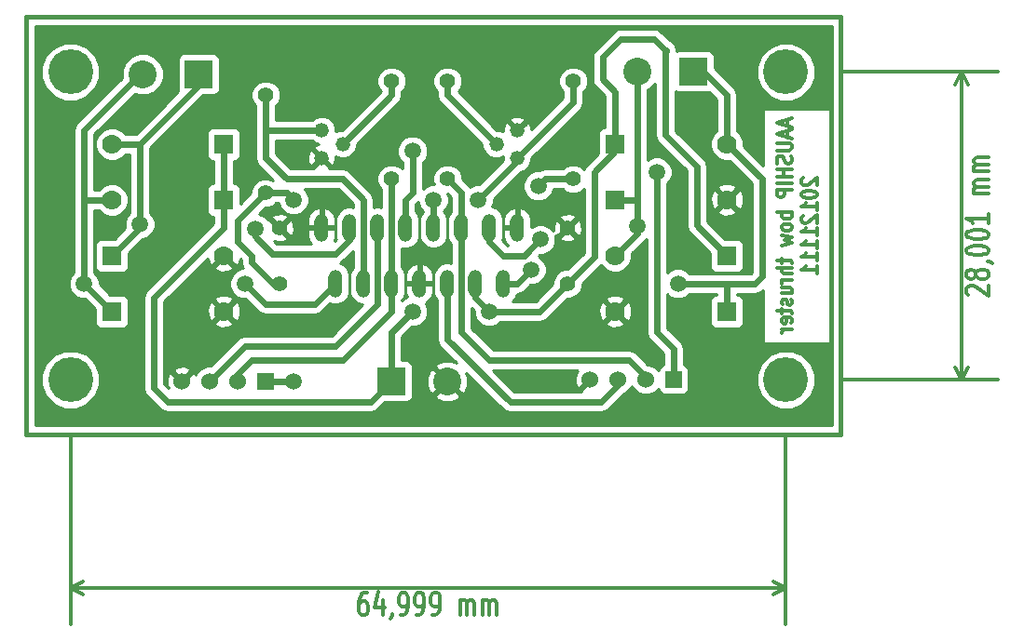
<source format=gbl>
G04 (created by PCBNEW-RS274X (2012-01-19 BZR 3256)-stable) date 13-Nov-12 3:44:42 PM*
G01*
G70*
G90*
%MOIN*%
G04 Gerber Fmt 3.4, Leading zero omitted, Abs format*
%FSLAX34Y34*%
G04 APERTURE LIST*
%ADD10C,0.006000*%
%ADD11C,0.015000*%
%ADD12C,0.012000*%
%ADD13C,0.011800*%
%ADD14C,0.055000*%
%ADD15R,0.060000X0.060000*%
%ADD16C,0.060000*%
%ADD17C,0.070000*%
%ADD18R,0.070000X0.070000*%
%ADD19C,0.052000*%
%ADD20O,0.050000X0.100000*%
%ADD21R,0.100000X0.100000*%
%ADD22C,0.100000*%
%ADD23C,0.160000*%
%ADD24C,0.059100*%
%ADD25C,0.035000*%
%ADD26C,0.023600*%
%ADD27C,0.010000*%
G04 APERTURE END LIST*
G54D10*
G54D11*
X22441Y-24409D02*
X51575Y-24409D01*
X22441Y-09449D02*
X22441Y-24409D01*
X51575Y-09449D02*
X22441Y-09449D01*
X51575Y-24409D02*
X51575Y-09449D01*
G54D12*
X56142Y-19413D02*
X56104Y-19384D01*
X56066Y-19327D01*
X56066Y-19184D01*
X56104Y-19127D01*
X56142Y-19098D01*
X56218Y-19070D01*
X56294Y-19071D01*
X56409Y-19099D01*
X56866Y-19443D01*
X56866Y-19072D01*
X56410Y-18728D02*
X56372Y-18786D01*
X56333Y-18814D01*
X56257Y-18842D01*
X56219Y-18842D01*
X56143Y-18813D01*
X56105Y-18785D01*
X56067Y-18727D01*
X56067Y-18613D01*
X56105Y-18556D01*
X56143Y-18527D01*
X56219Y-18499D01*
X56257Y-18499D01*
X56333Y-18528D01*
X56372Y-18557D01*
X56410Y-18614D01*
X56410Y-18728D01*
X56448Y-18786D01*
X56486Y-18814D01*
X56562Y-18843D01*
X56714Y-18843D01*
X56791Y-18814D01*
X56829Y-18786D01*
X56867Y-18729D01*
X56867Y-18615D01*
X56829Y-18557D01*
X56791Y-18528D01*
X56714Y-18500D01*
X56562Y-18500D01*
X56486Y-18528D01*
X56448Y-18557D01*
X56410Y-18614D01*
X56830Y-18215D02*
X56868Y-18216D01*
X56944Y-18244D01*
X56982Y-18273D01*
X56068Y-17842D02*
X56069Y-17785D01*
X56107Y-17728D01*
X56145Y-17699D01*
X56221Y-17670D01*
X56374Y-17643D01*
X56564Y-17643D01*
X56716Y-17671D01*
X56793Y-17700D01*
X56831Y-17729D01*
X56869Y-17787D01*
X56868Y-17844D01*
X56830Y-17900D01*
X56792Y-17929D01*
X56715Y-17957D01*
X56563Y-17986D01*
X56373Y-17986D01*
X56220Y-17956D01*
X56144Y-17928D01*
X56106Y-17899D01*
X56068Y-17842D01*
X56069Y-17271D02*
X56070Y-17214D01*
X56108Y-17157D01*
X56146Y-17128D01*
X56222Y-17099D01*
X56375Y-17072D01*
X56565Y-17072D01*
X56717Y-17100D01*
X56794Y-17129D01*
X56832Y-17158D01*
X56870Y-17216D01*
X56869Y-17273D01*
X56831Y-17329D01*
X56793Y-17358D01*
X56716Y-17386D01*
X56564Y-17415D01*
X56374Y-17415D01*
X56221Y-17385D01*
X56145Y-17357D01*
X56107Y-17328D01*
X56069Y-17271D01*
X56871Y-16502D02*
X56870Y-16845D01*
X56870Y-16673D02*
X56070Y-16671D01*
X56184Y-16728D01*
X56260Y-16787D01*
X56298Y-16844D01*
X56872Y-15788D02*
X56338Y-15787D01*
X56415Y-15787D02*
X56377Y-15759D01*
X56338Y-15701D01*
X56338Y-15616D01*
X56377Y-15559D01*
X56453Y-15530D01*
X56872Y-15531D01*
X56453Y-15530D02*
X56377Y-15501D01*
X56339Y-15444D01*
X56339Y-15359D01*
X56378Y-15301D01*
X56454Y-15273D01*
X56873Y-15274D01*
X56873Y-14988D02*
X56339Y-14987D01*
X56416Y-14987D02*
X56378Y-14959D01*
X56340Y-14901D01*
X56340Y-14816D01*
X56379Y-14759D01*
X56455Y-14730D01*
X56874Y-14731D01*
X56455Y-14730D02*
X56379Y-14701D01*
X56340Y-14644D01*
X56340Y-14559D01*
X56379Y-14501D01*
X56455Y-14473D01*
X56874Y-14474D01*
X55906Y-22441D02*
X55906Y-11417D01*
X51575Y-22441D02*
X57186Y-22441D01*
X51575Y-11417D02*
X57186Y-11417D01*
X55906Y-11417D02*
X56136Y-11860D01*
X55906Y-11417D02*
X55676Y-11860D01*
X55906Y-22441D02*
X56136Y-21998D01*
X55906Y-22441D02*
X55676Y-21998D01*
X34612Y-30084D02*
X34498Y-30084D01*
X34441Y-30122D01*
X34412Y-30160D01*
X34355Y-30274D01*
X34326Y-30427D01*
X34326Y-30731D01*
X34355Y-30808D01*
X34383Y-30846D01*
X34441Y-30884D01*
X34555Y-30884D01*
X34612Y-30846D01*
X34641Y-30808D01*
X34669Y-30731D01*
X34669Y-30541D01*
X34641Y-30465D01*
X34612Y-30427D01*
X34555Y-30389D01*
X34441Y-30389D01*
X34383Y-30427D01*
X34355Y-30465D01*
X34326Y-30541D01*
X35183Y-30350D02*
X35183Y-30884D01*
X35040Y-30046D02*
X34897Y-30617D01*
X35269Y-30617D01*
X35525Y-30846D02*
X35525Y-30884D01*
X35497Y-30960D01*
X35468Y-30998D01*
X35811Y-30884D02*
X35926Y-30884D01*
X35983Y-30846D01*
X36011Y-30808D01*
X36069Y-30693D01*
X36097Y-30541D01*
X36097Y-30236D01*
X36069Y-30160D01*
X36040Y-30122D01*
X35983Y-30084D01*
X35869Y-30084D01*
X35811Y-30122D01*
X35783Y-30160D01*
X35754Y-30236D01*
X35754Y-30427D01*
X35783Y-30503D01*
X35811Y-30541D01*
X35869Y-30579D01*
X35983Y-30579D01*
X36040Y-30541D01*
X36069Y-30503D01*
X36097Y-30427D01*
X36382Y-30884D02*
X36497Y-30884D01*
X36554Y-30846D01*
X36582Y-30808D01*
X36640Y-30693D01*
X36668Y-30541D01*
X36668Y-30236D01*
X36640Y-30160D01*
X36611Y-30122D01*
X36554Y-30084D01*
X36440Y-30084D01*
X36382Y-30122D01*
X36354Y-30160D01*
X36325Y-30236D01*
X36325Y-30427D01*
X36354Y-30503D01*
X36382Y-30541D01*
X36440Y-30579D01*
X36554Y-30579D01*
X36611Y-30541D01*
X36640Y-30503D01*
X36668Y-30427D01*
X36953Y-30884D02*
X37068Y-30884D01*
X37125Y-30846D01*
X37153Y-30808D01*
X37211Y-30693D01*
X37239Y-30541D01*
X37239Y-30236D01*
X37211Y-30160D01*
X37182Y-30122D01*
X37125Y-30084D01*
X37011Y-30084D01*
X36953Y-30122D01*
X36925Y-30160D01*
X36896Y-30236D01*
X36896Y-30427D01*
X36925Y-30503D01*
X36953Y-30541D01*
X37011Y-30579D01*
X37125Y-30579D01*
X37182Y-30541D01*
X37211Y-30503D01*
X37239Y-30427D01*
X37953Y-30884D02*
X37953Y-30350D01*
X37953Y-30427D02*
X37981Y-30389D01*
X38039Y-30350D01*
X38124Y-30350D01*
X38181Y-30389D01*
X38210Y-30465D01*
X38210Y-30884D01*
X38210Y-30465D02*
X38239Y-30389D01*
X38296Y-30350D01*
X38381Y-30350D01*
X38439Y-30389D01*
X38467Y-30465D01*
X38467Y-30884D01*
X38753Y-30884D02*
X38753Y-30350D01*
X38753Y-30427D02*
X38781Y-30389D01*
X38839Y-30350D01*
X38924Y-30350D01*
X38981Y-30389D01*
X39010Y-30465D01*
X39010Y-30884D01*
X39010Y-30465D02*
X39039Y-30389D01*
X39096Y-30350D01*
X39181Y-30350D01*
X39239Y-30389D01*
X39267Y-30465D01*
X39267Y-30884D01*
X24016Y-29920D02*
X49606Y-29920D01*
X24016Y-24409D02*
X24016Y-31200D01*
X49606Y-24409D02*
X49606Y-31200D01*
X49606Y-29920D02*
X49163Y-30150D01*
X49606Y-29920D02*
X49163Y-29690D01*
X24016Y-29920D02*
X24459Y-30150D01*
X24016Y-29920D02*
X24459Y-29690D01*
G54D13*
X49671Y-13130D02*
X49671Y-13355D01*
X49829Y-13085D02*
X49278Y-13242D01*
X49829Y-13400D01*
X49671Y-13535D02*
X49671Y-13760D01*
X49829Y-13490D02*
X49278Y-13647D01*
X49829Y-13805D01*
X49278Y-13962D02*
X49724Y-13962D01*
X49776Y-13985D01*
X49802Y-14007D01*
X49829Y-14052D01*
X49829Y-14142D01*
X49802Y-14187D01*
X49776Y-14210D01*
X49724Y-14232D01*
X49278Y-14232D01*
X49802Y-14434D02*
X49829Y-14501D01*
X49829Y-14614D01*
X49802Y-14659D01*
X49776Y-14681D01*
X49724Y-14704D01*
X49671Y-14704D01*
X49619Y-14681D01*
X49592Y-14659D01*
X49566Y-14614D01*
X49540Y-14524D01*
X49514Y-14479D01*
X49487Y-14456D01*
X49435Y-14434D01*
X49382Y-14434D01*
X49330Y-14456D01*
X49304Y-14479D01*
X49278Y-14524D01*
X49278Y-14636D01*
X49304Y-14704D01*
X49829Y-14906D02*
X49278Y-14906D01*
X49540Y-14906D02*
X49540Y-15176D01*
X49829Y-15176D02*
X49278Y-15176D01*
X49829Y-15400D02*
X49278Y-15400D01*
X49829Y-15625D02*
X49278Y-15625D01*
X49278Y-15805D01*
X49304Y-15850D01*
X49330Y-15873D01*
X49382Y-15895D01*
X49461Y-15895D01*
X49514Y-15873D01*
X49540Y-15850D01*
X49566Y-15805D01*
X49566Y-15625D01*
X49829Y-16457D02*
X49278Y-16457D01*
X49487Y-16457D02*
X49461Y-16502D01*
X49461Y-16592D01*
X49487Y-16637D01*
X49514Y-16660D01*
X49566Y-16682D01*
X49724Y-16682D01*
X49776Y-16660D01*
X49802Y-16637D01*
X49829Y-16592D01*
X49829Y-16502D01*
X49802Y-16457D01*
X49829Y-16952D02*
X49802Y-16907D01*
X49776Y-16884D01*
X49724Y-16862D01*
X49566Y-16862D01*
X49514Y-16884D01*
X49487Y-16907D01*
X49461Y-16952D01*
X49461Y-17019D01*
X49487Y-17064D01*
X49514Y-17087D01*
X49566Y-17109D01*
X49724Y-17109D01*
X49776Y-17087D01*
X49802Y-17064D01*
X49829Y-17019D01*
X49829Y-16952D01*
X49461Y-17266D02*
X49829Y-17356D01*
X49566Y-17446D01*
X49829Y-17536D01*
X49461Y-17626D01*
X49461Y-18098D02*
X49461Y-18278D01*
X49278Y-18165D02*
X49750Y-18165D01*
X49802Y-18188D01*
X49829Y-18233D01*
X49829Y-18278D01*
X49829Y-18435D02*
X49278Y-18435D01*
X49829Y-18638D02*
X49540Y-18638D01*
X49487Y-18615D01*
X49461Y-18570D01*
X49461Y-18503D01*
X49487Y-18458D01*
X49514Y-18435D01*
X49829Y-18862D02*
X49461Y-18862D01*
X49566Y-18862D02*
X49514Y-18885D01*
X49487Y-18907D01*
X49461Y-18952D01*
X49461Y-18997D01*
X49461Y-19357D02*
X49829Y-19357D01*
X49461Y-19154D02*
X49750Y-19154D01*
X49802Y-19177D01*
X49829Y-19222D01*
X49829Y-19289D01*
X49802Y-19334D01*
X49776Y-19357D01*
X49802Y-19559D02*
X49829Y-19604D01*
X49829Y-19694D01*
X49802Y-19739D01*
X49750Y-19761D01*
X49724Y-19761D01*
X49671Y-19739D01*
X49645Y-19694D01*
X49645Y-19626D01*
X49619Y-19581D01*
X49566Y-19559D01*
X49540Y-19559D01*
X49487Y-19581D01*
X49461Y-19626D01*
X49461Y-19694D01*
X49487Y-19739D01*
X49461Y-19896D02*
X49461Y-20076D01*
X49278Y-19963D02*
X49750Y-19963D01*
X49802Y-19986D01*
X49829Y-20031D01*
X49829Y-20076D01*
X49802Y-20413D02*
X49829Y-20368D01*
X49829Y-20278D01*
X49802Y-20233D01*
X49750Y-20211D01*
X49540Y-20211D01*
X49487Y-20233D01*
X49461Y-20278D01*
X49461Y-20368D01*
X49487Y-20413D01*
X49540Y-20436D01*
X49592Y-20436D01*
X49645Y-20211D01*
X49829Y-20638D02*
X49461Y-20638D01*
X49566Y-20638D02*
X49514Y-20661D01*
X49487Y-20683D01*
X49461Y-20728D01*
X49461Y-20773D01*
X50219Y-15219D02*
X50193Y-15241D01*
X50167Y-15286D01*
X50167Y-15399D01*
X50193Y-15444D01*
X50219Y-15466D01*
X50271Y-15489D01*
X50324Y-15489D01*
X50403Y-15466D01*
X50718Y-15196D01*
X50718Y-15489D01*
X50167Y-15781D02*
X50167Y-15826D01*
X50193Y-15871D01*
X50219Y-15894D01*
X50271Y-15916D01*
X50376Y-15939D01*
X50508Y-15939D01*
X50613Y-15916D01*
X50665Y-15894D01*
X50691Y-15871D01*
X50718Y-15826D01*
X50718Y-15781D01*
X50691Y-15736D01*
X50665Y-15714D01*
X50613Y-15691D01*
X50508Y-15669D01*
X50376Y-15669D01*
X50271Y-15691D01*
X50219Y-15714D01*
X50193Y-15736D01*
X50167Y-15781D01*
X50718Y-16389D02*
X50718Y-16119D01*
X50718Y-16254D02*
X50167Y-16254D01*
X50245Y-16209D01*
X50298Y-16164D01*
X50324Y-16119D01*
X50219Y-16569D02*
X50193Y-16591D01*
X50167Y-16636D01*
X50167Y-16749D01*
X50193Y-16794D01*
X50219Y-16816D01*
X50271Y-16839D01*
X50324Y-16839D01*
X50403Y-16816D01*
X50718Y-16546D01*
X50718Y-16839D01*
X50718Y-17289D02*
X50718Y-17019D01*
X50718Y-17154D02*
X50167Y-17154D01*
X50245Y-17109D01*
X50298Y-17064D01*
X50324Y-17019D01*
X50718Y-17739D02*
X50718Y-17469D01*
X50718Y-17604D02*
X50167Y-17604D01*
X50245Y-17559D01*
X50298Y-17514D01*
X50324Y-17469D01*
X50718Y-18189D02*
X50718Y-17919D01*
X50718Y-18054D02*
X50167Y-18054D01*
X50245Y-18009D01*
X50298Y-17964D01*
X50324Y-17919D01*
X50718Y-18639D02*
X50718Y-18369D01*
X50718Y-18504D02*
X50167Y-18504D01*
X50245Y-18459D01*
X50298Y-18414D01*
X50324Y-18369D01*
G54D14*
X37500Y-15250D03*
X37500Y-11750D03*
G54D15*
X31000Y-22500D03*
G54D16*
X30000Y-22500D03*
X29000Y-22500D03*
X28000Y-22500D03*
G54D15*
X45594Y-22441D03*
G54D16*
X44594Y-22441D03*
X43594Y-22441D03*
X42594Y-22441D03*
G54D17*
X43500Y-20000D03*
G54D18*
X47500Y-20000D03*
G54D17*
X47500Y-14000D03*
G54D18*
X43500Y-14000D03*
G54D17*
X29500Y-20000D03*
G54D18*
X25500Y-20000D03*
G54D17*
X25500Y-16000D03*
G54D18*
X29500Y-16000D03*
G54D17*
X29500Y-18000D03*
G54D18*
X25500Y-18000D03*
G54D17*
X25500Y-14000D03*
G54D18*
X29500Y-14000D03*
G54D17*
X47500Y-16000D03*
G54D18*
X43500Y-16000D03*
G54D17*
X43500Y-18000D03*
G54D18*
X47500Y-18000D03*
G54D19*
X40000Y-13500D03*
X39250Y-14000D03*
X40000Y-14500D03*
X33000Y-14500D03*
X33750Y-14000D03*
X33000Y-13500D03*
G54D20*
X40000Y-17000D03*
X39500Y-19000D03*
X39000Y-17000D03*
X38500Y-19000D03*
X38000Y-17000D03*
X37500Y-19000D03*
X37000Y-17000D03*
X36500Y-19000D03*
X36000Y-17000D03*
X35500Y-19000D03*
X35000Y-17000D03*
X34500Y-19000D03*
X34000Y-17000D03*
X33500Y-19000D03*
X33000Y-17000D03*
G54D14*
X31500Y-19000D03*
X31500Y-17000D03*
X41800Y-17000D03*
X41800Y-19000D03*
X35500Y-15250D03*
X35500Y-11750D03*
X42000Y-15250D03*
X42000Y-11750D03*
X31000Y-15750D03*
X31000Y-12250D03*
G54D21*
X35500Y-22500D03*
G54D22*
X37500Y-22500D03*
G54D21*
X46300Y-11400D03*
G54D22*
X44300Y-11400D03*
G54D21*
X28600Y-11500D03*
G54D22*
X26600Y-11500D03*
G54D23*
X24016Y-22441D03*
X49606Y-22441D03*
X49606Y-11417D03*
X24016Y-11417D03*
G54D24*
X39000Y-20000D03*
X36250Y-20000D03*
X37000Y-16000D03*
X38600Y-16000D03*
X45000Y-15000D03*
X32000Y-22500D03*
X36250Y-14250D03*
X32000Y-16000D03*
G54D25*
X31000Y-22500D03*
G54D24*
X40750Y-15500D03*
X44310Y-16950D03*
X40830Y-17420D03*
X45750Y-19000D03*
X40500Y-18500D03*
X30620Y-17030D03*
X26500Y-16880D03*
X24500Y-19000D03*
X30250Y-19000D03*
G54D26*
X45300Y-10650D02*
X45300Y-13680D01*
X45320Y-10630D02*
X45300Y-10650D01*
X43050Y-10890D02*
X43710Y-10230D01*
X46420Y-16920D02*
X47500Y-18000D01*
X46420Y-14800D02*
X46420Y-16920D01*
X39000Y-20000D02*
X40800Y-20000D01*
X45320Y-10670D02*
X45320Y-10630D01*
X44880Y-10230D02*
X45320Y-10670D01*
X43710Y-10230D02*
X44880Y-10230D01*
X45300Y-13680D02*
X46420Y-14800D01*
X42750Y-18050D02*
X41800Y-19000D01*
X42750Y-15000D02*
X42750Y-18050D01*
X43500Y-14250D02*
X42750Y-15000D01*
X35500Y-22500D02*
X35500Y-21000D01*
X34750Y-23250D02*
X35500Y-22500D01*
X27000Y-22750D02*
X27500Y-23250D01*
X29500Y-14000D02*
X29500Y-16000D01*
X27500Y-23250D02*
X34750Y-23250D01*
X27000Y-19500D02*
X27000Y-22750D01*
X29500Y-17000D02*
X27000Y-19500D01*
X40800Y-20000D02*
X41800Y-19000D01*
X35500Y-21000D02*
X35500Y-20750D01*
X29500Y-16000D02*
X29500Y-17000D01*
X35500Y-20750D02*
X36250Y-20000D01*
X38500Y-19500D02*
X38500Y-19000D01*
X39000Y-20000D02*
X38500Y-19500D01*
X43500Y-14000D02*
X43500Y-14250D01*
X43500Y-14000D02*
X43500Y-12130D01*
X43050Y-11680D02*
X43050Y-10890D01*
X43500Y-12130D02*
X43050Y-11680D01*
X42000Y-12500D02*
X40000Y-14500D01*
X37000Y-16000D02*
X37000Y-17000D01*
X42000Y-11750D02*
X42000Y-12500D01*
X40000Y-14500D02*
X40000Y-14600D01*
X40000Y-14600D02*
X38600Y-16000D01*
X30000Y-16750D02*
X31000Y-15750D01*
X30500Y-18000D02*
X30000Y-17500D01*
X30000Y-17500D02*
X30000Y-16750D01*
X31500Y-19000D02*
X31250Y-19000D01*
X45594Y-22441D02*
X45594Y-21344D01*
X36000Y-17000D02*
X36000Y-16000D01*
X31250Y-19000D02*
X30500Y-18250D01*
X45594Y-21344D02*
X45000Y-20750D01*
X45000Y-20750D02*
X45000Y-15000D01*
X36250Y-15750D02*
X36250Y-14250D01*
X41000Y-15250D02*
X42000Y-15250D01*
X36000Y-16000D02*
X36250Y-15750D01*
X32000Y-16000D02*
X31750Y-15750D01*
X30500Y-18250D02*
X30500Y-18000D01*
X31000Y-22500D02*
X32000Y-22500D01*
X31750Y-15750D02*
X31000Y-15750D01*
X40750Y-15500D02*
X41000Y-15250D01*
X43000Y-23250D02*
X39750Y-23250D01*
X43594Y-22656D02*
X43000Y-23250D01*
X37500Y-21000D02*
X37500Y-19000D01*
X43594Y-22441D02*
X43594Y-22656D01*
X39750Y-23250D02*
X37500Y-21000D01*
X29000Y-22500D02*
X30250Y-21250D01*
X35000Y-19750D02*
X35000Y-17000D01*
X33500Y-21250D02*
X35000Y-19750D01*
X33250Y-21250D02*
X33500Y-21250D01*
X30250Y-21250D02*
X33250Y-21250D01*
X35500Y-12250D02*
X33750Y-14000D01*
X35500Y-11750D02*
X35500Y-12250D01*
X38000Y-20750D02*
X38000Y-17000D01*
X44000Y-21750D02*
X40000Y-21750D01*
X44594Y-22344D02*
X44000Y-21750D01*
X39000Y-21750D02*
X38000Y-20750D01*
X38000Y-17000D02*
X38000Y-15750D01*
X38000Y-15750D02*
X37500Y-15250D01*
X44594Y-22441D02*
X44594Y-22344D01*
X40000Y-21750D02*
X39000Y-21750D01*
X37500Y-11750D02*
X37500Y-12250D01*
X37500Y-12250D02*
X39250Y-14000D01*
X40430Y-17820D02*
X40830Y-17420D01*
X44310Y-16950D02*
X44300Y-16950D01*
X39000Y-17000D02*
X39000Y-17500D01*
X40250Y-18000D02*
X40430Y-17820D01*
X44300Y-16950D02*
X44300Y-17200D01*
X44300Y-16000D02*
X44300Y-16950D01*
X43500Y-16000D02*
X44300Y-16000D01*
X44300Y-15250D02*
X44300Y-16000D01*
X44300Y-11400D02*
X44300Y-15250D01*
X39000Y-17500D02*
X39500Y-18000D01*
X39500Y-18000D02*
X40250Y-18000D01*
X44300Y-17200D02*
X43500Y-18000D01*
X45750Y-19000D02*
X46750Y-19000D01*
X48750Y-18750D02*
X48500Y-19000D01*
X47500Y-19000D02*
X46750Y-19000D01*
X48500Y-19000D02*
X47500Y-19000D01*
X47500Y-19000D02*
X47500Y-20000D01*
X46300Y-11400D02*
X46650Y-11400D01*
X47500Y-12250D02*
X47500Y-14000D01*
X46650Y-11400D02*
X47500Y-12250D01*
X48750Y-15250D02*
X48750Y-18750D01*
X39500Y-19000D02*
X40000Y-19000D01*
X40000Y-19000D02*
X40500Y-18500D01*
X47500Y-14000D02*
X48750Y-15250D01*
X31240Y-17930D02*
X30620Y-17310D01*
X26500Y-14000D02*
X26500Y-16850D01*
X30620Y-17310D02*
X30620Y-17030D01*
X26500Y-16880D02*
X26500Y-16850D01*
X34000Y-17000D02*
X34000Y-17440D01*
X33510Y-17930D02*
X31240Y-17930D01*
X28600Y-11900D02*
X26500Y-14000D01*
X25500Y-14000D02*
X26500Y-14000D01*
X26500Y-16850D02*
X26500Y-17000D01*
X26500Y-17000D02*
X25500Y-18000D01*
X28600Y-11500D02*
X28600Y-11900D01*
X34000Y-17440D02*
X33510Y-17930D01*
X31000Y-13500D02*
X31000Y-12250D01*
X33750Y-15250D02*
X31750Y-15250D01*
X31000Y-13500D02*
X33000Y-13500D01*
X31750Y-15250D02*
X31000Y-14500D01*
X31000Y-14500D02*
X31000Y-13500D01*
X34500Y-16000D02*
X33750Y-15250D01*
X34500Y-19000D02*
X34500Y-16000D01*
X33500Y-19000D02*
X32750Y-19750D01*
X31000Y-19750D02*
X32750Y-19750D01*
X30250Y-19000D02*
X31000Y-19750D01*
X24500Y-16000D02*
X25500Y-16000D01*
X26500Y-11500D02*
X24750Y-13250D01*
X24750Y-13250D02*
X24500Y-13500D01*
X24500Y-16000D02*
X24500Y-19000D01*
X24500Y-13500D02*
X24500Y-16000D01*
X24500Y-19000D02*
X25500Y-20000D01*
X26600Y-11500D02*
X26500Y-11500D01*
X30000Y-22500D02*
X30000Y-22250D01*
X35500Y-20000D02*
X35500Y-19000D01*
X33750Y-21750D02*
X35500Y-20000D01*
X30500Y-21750D02*
X33750Y-21750D01*
X30000Y-22250D02*
X30500Y-21750D01*
X35500Y-19000D02*
X35500Y-15250D01*
G54D10*
G36*
X34132Y-16260D02*
X34098Y-16246D01*
X33903Y-16246D01*
X33723Y-16320D01*
X33585Y-16458D01*
X33510Y-16638D01*
X33510Y-16833D01*
X33510Y-17361D01*
X33524Y-17395D01*
X33446Y-17472D01*
X33500Y-17325D01*
X33500Y-17050D01*
X33500Y-16950D01*
X33500Y-16675D01*
X33433Y-16489D01*
X33300Y-16343D01*
X33127Y-16267D01*
X33050Y-16315D01*
X33050Y-16950D01*
X33500Y-16950D01*
X33500Y-17050D01*
X33100Y-17050D01*
X33050Y-17050D01*
X32950Y-17050D01*
X32950Y-16950D01*
X32950Y-16315D01*
X32873Y-16267D01*
X32700Y-16343D01*
X32567Y-16489D01*
X32500Y-16675D01*
X32500Y-16950D01*
X32950Y-16950D01*
X32950Y-17050D01*
X32900Y-17050D01*
X32500Y-17050D01*
X32500Y-17325D01*
X32567Y-17511D01*
X32613Y-17562D01*
X32019Y-17562D01*
X32019Y-17074D01*
X32008Y-16870D01*
X31952Y-16733D01*
X31861Y-16710D01*
X31790Y-16781D01*
X31790Y-16639D01*
X31767Y-16548D01*
X31574Y-16481D01*
X31370Y-16492D01*
X31233Y-16548D01*
X31210Y-16639D01*
X31500Y-16929D01*
X31790Y-16639D01*
X31790Y-16781D01*
X31571Y-17000D01*
X31861Y-17290D01*
X31952Y-17267D01*
X32019Y-17074D01*
X32019Y-17562D01*
X31392Y-17562D01*
X31309Y-17478D01*
X31426Y-17519D01*
X31630Y-17508D01*
X31767Y-17452D01*
X31790Y-17361D01*
X31535Y-17106D01*
X31500Y-17071D01*
X31429Y-17000D01*
X31394Y-16965D01*
X31139Y-16710D01*
X31081Y-16724D01*
X31081Y-16722D01*
X30928Y-16569D01*
X30767Y-16502D01*
X30995Y-16275D01*
X31104Y-16275D01*
X31297Y-16195D01*
X31374Y-16118D01*
X31460Y-16118D01*
X31539Y-16308D01*
X31692Y-16461D01*
X31892Y-16544D01*
X32108Y-16544D01*
X32308Y-16461D01*
X32461Y-16308D01*
X32544Y-16108D01*
X32544Y-15892D01*
X32461Y-15692D01*
X32387Y-15618D01*
X33597Y-15618D01*
X34132Y-16152D01*
X34132Y-16260D01*
X34132Y-16260D01*
G37*
G54D27*
X34132Y-16260D02*
X34098Y-16246D01*
X33903Y-16246D01*
X33723Y-16320D01*
X33585Y-16458D01*
X33510Y-16638D01*
X33510Y-16833D01*
X33510Y-17361D01*
X33524Y-17395D01*
X33446Y-17472D01*
X33500Y-17325D01*
X33500Y-17050D01*
X33500Y-16950D01*
X33500Y-16675D01*
X33433Y-16489D01*
X33300Y-16343D01*
X33127Y-16267D01*
X33050Y-16315D01*
X33050Y-16950D01*
X33500Y-16950D01*
X33500Y-17050D01*
X33100Y-17050D01*
X33050Y-17050D01*
X32950Y-17050D01*
X32950Y-16950D01*
X32950Y-16315D01*
X32873Y-16267D01*
X32700Y-16343D01*
X32567Y-16489D01*
X32500Y-16675D01*
X32500Y-16950D01*
X32950Y-16950D01*
X32950Y-17050D01*
X32900Y-17050D01*
X32500Y-17050D01*
X32500Y-17325D01*
X32567Y-17511D01*
X32613Y-17562D01*
X32019Y-17562D01*
X32019Y-17074D01*
X32008Y-16870D01*
X31952Y-16733D01*
X31861Y-16710D01*
X31790Y-16781D01*
X31790Y-16639D01*
X31767Y-16548D01*
X31574Y-16481D01*
X31370Y-16492D01*
X31233Y-16548D01*
X31210Y-16639D01*
X31500Y-16929D01*
X31790Y-16639D01*
X31790Y-16781D01*
X31571Y-17000D01*
X31861Y-17290D01*
X31952Y-17267D01*
X32019Y-17074D01*
X32019Y-17562D01*
X31392Y-17562D01*
X31309Y-17478D01*
X31426Y-17519D01*
X31630Y-17508D01*
X31767Y-17452D01*
X31790Y-17361D01*
X31535Y-17106D01*
X31500Y-17071D01*
X31429Y-17000D01*
X31394Y-16965D01*
X31139Y-16710D01*
X31081Y-16724D01*
X31081Y-16722D01*
X30928Y-16569D01*
X30767Y-16502D01*
X30995Y-16275D01*
X31104Y-16275D01*
X31297Y-16195D01*
X31374Y-16118D01*
X31460Y-16118D01*
X31539Y-16308D01*
X31692Y-16461D01*
X31892Y-16544D01*
X32108Y-16544D01*
X32308Y-16461D01*
X32461Y-16308D01*
X32544Y-16108D01*
X32544Y-15892D01*
X32461Y-15692D01*
X32387Y-15618D01*
X33597Y-15618D01*
X34132Y-16152D01*
X34132Y-16260D01*
G54D10*
G36*
X34476Y-19754D02*
X33348Y-20882D01*
X33250Y-20882D01*
X30250Y-20882D01*
X30109Y-20910D01*
X30093Y-20920D01*
X30093Y-20091D01*
X30082Y-19856D01*
X30013Y-19690D01*
X29914Y-19657D01*
X29843Y-19728D01*
X29843Y-19586D01*
X29810Y-19487D01*
X29591Y-19407D01*
X29356Y-19418D01*
X29190Y-19487D01*
X29157Y-19586D01*
X29500Y-19929D01*
X29843Y-19586D01*
X29843Y-19728D01*
X29571Y-20000D01*
X29914Y-20343D01*
X30013Y-20310D01*
X30093Y-20091D01*
X30093Y-20920D01*
X29989Y-20990D01*
X29843Y-21136D01*
X29843Y-20414D01*
X29500Y-20071D01*
X29429Y-20142D01*
X29429Y-20000D01*
X29086Y-19657D01*
X28987Y-19690D01*
X28907Y-19909D01*
X28918Y-20144D01*
X28987Y-20310D01*
X29086Y-20343D01*
X29429Y-20000D01*
X29429Y-20142D01*
X29157Y-20414D01*
X29190Y-20513D01*
X29409Y-20593D01*
X29644Y-20582D01*
X29810Y-20513D01*
X29843Y-20414D01*
X29843Y-21136D01*
X29028Y-21951D01*
X28891Y-21951D01*
X28689Y-22035D01*
X28535Y-22189D01*
X28497Y-22280D01*
X28472Y-22219D01*
X28378Y-22192D01*
X28308Y-22262D01*
X28308Y-22122D01*
X28281Y-22028D01*
X28079Y-21957D01*
X27866Y-21968D01*
X27719Y-22028D01*
X27692Y-22122D01*
X28000Y-22429D01*
X28308Y-22122D01*
X28308Y-22262D01*
X28071Y-22500D01*
X28000Y-22571D01*
X27929Y-22500D01*
X27894Y-22465D01*
X27622Y-22192D01*
X27528Y-22219D01*
X27457Y-22421D01*
X27468Y-22634D01*
X27512Y-22742D01*
X27368Y-22598D01*
X27368Y-19652D01*
X28916Y-18104D01*
X28918Y-18144D01*
X28987Y-18310D01*
X29086Y-18343D01*
X29394Y-18035D01*
X29429Y-18000D01*
X29500Y-17929D01*
X29571Y-18000D01*
X29606Y-18035D01*
X29914Y-18343D01*
X30013Y-18310D01*
X30087Y-18107D01*
X30132Y-18152D01*
X30132Y-18250D01*
X30160Y-18391D01*
X30203Y-18456D01*
X30142Y-18456D01*
X29942Y-18539D01*
X29843Y-18638D01*
X29843Y-18414D01*
X29500Y-18071D01*
X29157Y-18414D01*
X29190Y-18513D01*
X29409Y-18593D01*
X29644Y-18582D01*
X29810Y-18513D01*
X29843Y-18414D01*
X29843Y-18638D01*
X29789Y-18692D01*
X29706Y-18892D01*
X29706Y-19108D01*
X29789Y-19308D01*
X29942Y-19461D01*
X30142Y-19544D01*
X30273Y-19544D01*
X30739Y-20010D01*
X30740Y-20010D01*
X30859Y-20090D01*
X31000Y-20118D01*
X32750Y-20118D01*
X32891Y-20090D01*
X33010Y-20010D01*
X33306Y-19714D01*
X33402Y-19754D01*
X33597Y-19754D01*
X33777Y-19680D01*
X33915Y-19542D01*
X33990Y-19362D01*
X33990Y-19167D01*
X33990Y-18639D01*
X33916Y-18459D01*
X33778Y-18321D01*
X33652Y-18268D01*
X33770Y-18190D01*
X34132Y-17828D01*
X34132Y-18411D01*
X34085Y-18458D01*
X34010Y-18638D01*
X34010Y-18833D01*
X34010Y-19361D01*
X34084Y-19541D01*
X34222Y-19679D01*
X34402Y-19754D01*
X34476Y-19754D01*
X34476Y-19754D01*
G37*
G54D27*
X34476Y-19754D02*
X33348Y-20882D01*
X33250Y-20882D01*
X30250Y-20882D01*
X30109Y-20910D01*
X30093Y-20920D01*
X30093Y-20091D01*
X30082Y-19856D01*
X30013Y-19690D01*
X29914Y-19657D01*
X29843Y-19728D01*
X29843Y-19586D01*
X29810Y-19487D01*
X29591Y-19407D01*
X29356Y-19418D01*
X29190Y-19487D01*
X29157Y-19586D01*
X29500Y-19929D01*
X29843Y-19586D01*
X29843Y-19728D01*
X29571Y-20000D01*
X29914Y-20343D01*
X30013Y-20310D01*
X30093Y-20091D01*
X30093Y-20920D01*
X29989Y-20990D01*
X29843Y-21136D01*
X29843Y-20414D01*
X29500Y-20071D01*
X29429Y-20142D01*
X29429Y-20000D01*
X29086Y-19657D01*
X28987Y-19690D01*
X28907Y-19909D01*
X28918Y-20144D01*
X28987Y-20310D01*
X29086Y-20343D01*
X29429Y-20000D01*
X29429Y-20142D01*
X29157Y-20414D01*
X29190Y-20513D01*
X29409Y-20593D01*
X29644Y-20582D01*
X29810Y-20513D01*
X29843Y-20414D01*
X29843Y-21136D01*
X29028Y-21951D01*
X28891Y-21951D01*
X28689Y-22035D01*
X28535Y-22189D01*
X28497Y-22280D01*
X28472Y-22219D01*
X28378Y-22192D01*
X28308Y-22262D01*
X28308Y-22122D01*
X28281Y-22028D01*
X28079Y-21957D01*
X27866Y-21968D01*
X27719Y-22028D01*
X27692Y-22122D01*
X28000Y-22429D01*
X28308Y-22122D01*
X28308Y-22262D01*
X28071Y-22500D01*
X28000Y-22571D01*
X27929Y-22500D01*
X27894Y-22465D01*
X27622Y-22192D01*
X27528Y-22219D01*
X27457Y-22421D01*
X27468Y-22634D01*
X27512Y-22742D01*
X27368Y-22598D01*
X27368Y-19652D01*
X28916Y-18104D01*
X28918Y-18144D01*
X28987Y-18310D01*
X29086Y-18343D01*
X29394Y-18035D01*
X29429Y-18000D01*
X29500Y-17929D01*
X29571Y-18000D01*
X29606Y-18035D01*
X29914Y-18343D01*
X30013Y-18310D01*
X30087Y-18107D01*
X30132Y-18152D01*
X30132Y-18250D01*
X30160Y-18391D01*
X30203Y-18456D01*
X30142Y-18456D01*
X29942Y-18539D01*
X29843Y-18638D01*
X29843Y-18414D01*
X29500Y-18071D01*
X29157Y-18414D01*
X29190Y-18513D01*
X29409Y-18593D01*
X29644Y-18582D01*
X29810Y-18513D01*
X29843Y-18414D01*
X29843Y-18638D01*
X29789Y-18692D01*
X29706Y-18892D01*
X29706Y-19108D01*
X29789Y-19308D01*
X29942Y-19461D01*
X30142Y-19544D01*
X30273Y-19544D01*
X30739Y-20010D01*
X30740Y-20010D01*
X30859Y-20090D01*
X31000Y-20118D01*
X32750Y-20118D01*
X32891Y-20090D01*
X33010Y-20010D01*
X33306Y-19714D01*
X33402Y-19754D01*
X33597Y-19754D01*
X33777Y-19680D01*
X33915Y-19542D01*
X33990Y-19362D01*
X33990Y-19167D01*
X33990Y-18639D01*
X33916Y-18459D01*
X33778Y-18321D01*
X33652Y-18268D01*
X33770Y-18190D01*
X34132Y-17828D01*
X34132Y-18411D01*
X34085Y-18458D01*
X34010Y-18638D01*
X34010Y-18833D01*
X34010Y-19361D01*
X34084Y-19541D01*
X34222Y-19679D01*
X34402Y-19754D01*
X34476Y-19754D01*
G54D10*
G36*
X42665Y-22441D02*
X42594Y-22512D01*
X42523Y-22582D01*
X42286Y-22819D01*
X42304Y-22882D01*
X39902Y-22882D01*
X39138Y-22118D01*
X40000Y-22118D01*
X42130Y-22118D01*
X42160Y-22148D01*
X42122Y-22160D01*
X42051Y-22362D01*
X42062Y-22575D01*
X42122Y-22722D01*
X42216Y-22749D01*
X42488Y-22476D01*
X42523Y-22441D01*
X42594Y-22370D01*
X42665Y-22441D01*
X42665Y-22441D01*
G37*
G54D27*
X42665Y-22441D02*
X42594Y-22512D01*
X42523Y-22582D01*
X42286Y-22819D01*
X42304Y-22882D01*
X39902Y-22882D01*
X39138Y-22118D01*
X40000Y-22118D01*
X42130Y-22118D01*
X42160Y-22148D01*
X42122Y-22160D01*
X42051Y-22362D01*
X42062Y-22575D01*
X42122Y-22722D01*
X42216Y-22749D01*
X42488Y-22476D01*
X42523Y-22441D01*
X42594Y-22370D01*
X42665Y-22441D01*
G54D10*
G36*
X45226Y-21899D02*
X45153Y-21930D01*
X45083Y-22000D01*
X45045Y-22091D01*
X45045Y-22116D01*
X44905Y-21976D01*
X44703Y-21892D01*
X44662Y-21892D01*
X44260Y-21490D01*
X44141Y-21410D01*
X44093Y-21400D01*
X44093Y-20091D01*
X44082Y-19856D01*
X44013Y-19690D01*
X43914Y-19657D01*
X43843Y-19728D01*
X43843Y-19586D01*
X43810Y-19487D01*
X43591Y-19407D01*
X43356Y-19418D01*
X43190Y-19487D01*
X43157Y-19586D01*
X43500Y-19929D01*
X43843Y-19586D01*
X43843Y-19728D01*
X43571Y-20000D01*
X43914Y-20343D01*
X44013Y-20310D01*
X44093Y-20091D01*
X44093Y-21400D01*
X44000Y-21382D01*
X43843Y-21382D01*
X43843Y-20414D01*
X43500Y-20071D01*
X43429Y-20142D01*
X43429Y-20000D01*
X43086Y-19657D01*
X42987Y-19690D01*
X42907Y-19909D01*
X42918Y-20144D01*
X42987Y-20310D01*
X43086Y-20343D01*
X43429Y-20000D01*
X43429Y-20142D01*
X43157Y-20414D01*
X43190Y-20513D01*
X43409Y-20593D01*
X43644Y-20582D01*
X43810Y-20513D01*
X43843Y-20414D01*
X43843Y-21382D01*
X40000Y-21382D01*
X39152Y-21382D01*
X38368Y-20598D01*
X38368Y-19888D01*
X38456Y-19976D01*
X38456Y-20108D01*
X38539Y-20308D01*
X38692Y-20461D01*
X38892Y-20544D01*
X39108Y-20544D01*
X39308Y-20461D01*
X39401Y-20368D01*
X40800Y-20368D01*
X40941Y-20340D01*
X41060Y-20260D01*
X41795Y-19525D01*
X41904Y-19525D01*
X42097Y-19445D01*
X42245Y-19298D01*
X42325Y-19105D01*
X42325Y-18995D01*
X42989Y-18331D01*
X42992Y-18339D01*
X43161Y-18508D01*
X43381Y-18599D01*
X43619Y-18599D01*
X43839Y-18508D01*
X44008Y-18339D01*
X44099Y-18119D01*
X44099Y-17921D01*
X44560Y-17460D01*
X44583Y-17425D01*
X44618Y-17411D01*
X44632Y-17397D01*
X44632Y-20750D01*
X44660Y-20891D01*
X44740Y-21010D01*
X45226Y-21496D01*
X45226Y-21899D01*
X45226Y-21899D01*
G37*
G54D27*
X45226Y-21899D02*
X45153Y-21930D01*
X45083Y-22000D01*
X45045Y-22091D01*
X45045Y-22116D01*
X44905Y-21976D01*
X44703Y-21892D01*
X44662Y-21892D01*
X44260Y-21490D01*
X44141Y-21410D01*
X44093Y-21400D01*
X44093Y-20091D01*
X44082Y-19856D01*
X44013Y-19690D01*
X43914Y-19657D01*
X43843Y-19728D01*
X43843Y-19586D01*
X43810Y-19487D01*
X43591Y-19407D01*
X43356Y-19418D01*
X43190Y-19487D01*
X43157Y-19586D01*
X43500Y-19929D01*
X43843Y-19586D01*
X43843Y-19728D01*
X43571Y-20000D01*
X43914Y-20343D01*
X44013Y-20310D01*
X44093Y-20091D01*
X44093Y-21400D01*
X44000Y-21382D01*
X43843Y-21382D01*
X43843Y-20414D01*
X43500Y-20071D01*
X43429Y-20142D01*
X43429Y-20000D01*
X43086Y-19657D01*
X42987Y-19690D01*
X42907Y-19909D01*
X42918Y-20144D01*
X42987Y-20310D01*
X43086Y-20343D01*
X43429Y-20000D01*
X43429Y-20142D01*
X43157Y-20414D01*
X43190Y-20513D01*
X43409Y-20593D01*
X43644Y-20582D01*
X43810Y-20513D01*
X43843Y-20414D01*
X43843Y-21382D01*
X40000Y-21382D01*
X39152Y-21382D01*
X38368Y-20598D01*
X38368Y-19888D01*
X38456Y-19976D01*
X38456Y-20108D01*
X38539Y-20308D01*
X38692Y-20461D01*
X38892Y-20544D01*
X39108Y-20544D01*
X39308Y-20461D01*
X39401Y-20368D01*
X40800Y-20368D01*
X40941Y-20340D01*
X41060Y-20260D01*
X41795Y-19525D01*
X41904Y-19525D01*
X42097Y-19445D01*
X42245Y-19298D01*
X42325Y-19105D01*
X42325Y-18995D01*
X42989Y-18331D01*
X42992Y-18339D01*
X43161Y-18508D01*
X43381Y-18599D01*
X43619Y-18599D01*
X43839Y-18508D01*
X44008Y-18339D01*
X44099Y-18119D01*
X44099Y-17921D01*
X44560Y-17460D01*
X44583Y-17425D01*
X44618Y-17411D01*
X44632Y-17397D01*
X44632Y-20750D01*
X44660Y-20891D01*
X44740Y-21010D01*
X45226Y-21496D01*
X45226Y-21899D01*
G54D10*
G36*
X48382Y-18597D02*
X48347Y-18632D01*
X47500Y-18632D01*
X46750Y-18632D01*
X46151Y-18632D01*
X46058Y-18539D01*
X45858Y-18456D01*
X45642Y-18456D01*
X45442Y-18539D01*
X45368Y-18613D01*
X45368Y-15401D01*
X45461Y-15308D01*
X45544Y-15108D01*
X45544Y-14892D01*
X45461Y-14692D01*
X45308Y-14539D01*
X45108Y-14456D01*
X44892Y-14456D01*
X44692Y-14539D01*
X44668Y-14563D01*
X44668Y-12057D01*
X44723Y-12035D01*
X44932Y-11826D01*
X44932Y-13680D01*
X44960Y-13821D01*
X45040Y-13940D01*
X46052Y-14952D01*
X46052Y-16920D01*
X46080Y-17061D01*
X46160Y-17180D01*
X46901Y-17921D01*
X46901Y-18399D01*
X46939Y-18491D01*
X47009Y-18561D01*
X47100Y-18599D01*
X47199Y-18599D01*
X47899Y-18599D01*
X47991Y-18561D01*
X48061Y-18491D01*
X48099Y-18400D01*
X48099Y-18301D01*
X48099Y-17601D01*
X48093Y-17586D01*
X48093Y-16091D01*
X48082Y-15856D01*
X48013Y-15690D01*
X47914Y-15657D01*
X47843Y-15728D01*
X47843Y-15586D01*
X47810Y-15487D01*
X47591Y-15407D01*
X47356Y-15418D01*
X47190Y-15487D01*
X47157Y-15586D01*
X47500Y-15929D01*
X47843Y-15586D01*
X47843Y-15728D01*
X47571Y-16000D01*
X47914Y-16343D01*
X48013Y-16310D01*
X48093Y-16091D01*
X48093Y-17586D01*
X48061Y-17509D01*
X47991Y-17439D01*
X47900Y-17401D01*
X47843Y-17401D01*
X47843Y-16414D01*
X47500Y-16071D01*
X47429Y-16142D01*
X47429Y-16000D01*
X47086Y-15657D01*
X46987Y-15690D01*
X46907Y-15909D01*
X46918Y-16144D01*
X46987Y-16310D01*
X47086Y-16343D01*
X47429Y-16000D01*
X47429Y-16142D01*
X47157Y-16414D01*
X47190Y-16513D01*
X47409Y-16593D01*
X47644Y-16582D01*
X47810Y-16513D01*
X47843Y-16414D01*
X47843Y-17401D01*
X47801Y-17401D01*
X47421Y-17401D01*
X46788Y-16768D01*
X46788Y-14800D01*
X46787Y-14799D01*
X46760Y-14659D01*
X46711Y-14587D01*
X46680Y-14540D01*
X46680Y-14539D01*
X45668Y-13527D01*
X45668Y-12114D01*
X45750Y-12149D01*
X45849Y-12149D01*
X46849Y-12149D01*
X46870Y-12140D01*
X47132Y-12402D01*
X47132Y-13521D01*
X46992Y-13661D01*
X46901Y-13881D01*
X46901Y-14119D01*
X46992Y-14339D01*
X47161Y-14508D01*
X47381Y-14599D01*
X47578Y-14599D01*
X48382Y-15402D01*
X48382Y-18597D01*
X48382Y-18597D01*
G37*
G54D27*
X48382Y-18597D02*
X48347Y-18632D01*
X47500Y-18632D01*
X46750Y-18632D01*
X46151Y-18632D01*
X46058Y-18539D01*
X45858Y-18456D01*
X45642Y-18456D01*
X45442Y-18539D01*
X45368Y-18613D01*
X45368Y-15401D01*
X45461Y-15308D01*
X45544Y-15108D01*
X45544Y-14892D01*
X45461Y-14692D01*
X45308Y-14539D01*
X45108Y-14456D01*
X44892Y-14456D01*
X44692Y-14539D01*
X44668Y-14563D01*
X44668Y-12057D01*
X44723Y-12035D01*
X44932Y-11826D01*
X44932Y-13680D01*
X44960Y-13821D01*
X45040Y-13940D01*
X46052Y-14952D01*
X46052Y-16920D01*
X46080Y-17061D01*
X46160Y-17180D01*
X46901Y-17921D01*
X46901Y-18399D01*
X46939Y-18491D01*
X47009Y-18561D01*
X47100Y-18599D01*
X47199Y-18599D01*
X47899Y-18599D01*
X47991Y-18561D01*
X48061Y-18491D01*
X48099Y-18400D01*
X48099Y-18301D01*
X48099Y-17601D01*
X48093Y-17586D01*
X48093Y-16091D01*
X48082Y-15856D01*
X48013Y-15690D01*
X47914Y-15657D01*
X47843Y-15728D01*
X47843Y-15586D01*
X47810Y-15487D01*
X47591Y-15407D01*
X47356Y-15418D01*
X47190Y-15487D01*
X47157Y-15586D01*
X47500Y-15929D01*
X47843Y-15586D01*
X47843Y-15728D01*
X47571Y-16000D01*
X47914Y-16343D01*
X48013Y-16310D01*
X48093Y-16091D01*
X48093Y-17586D01*
X48061Y-17509D01*
X47991Y-17439D01*
X47900Y-17401D01*
X47843Y-17401D01*
X47843Y-16414D01*
X47500Y-16071D01*
X47429Y-16142D01*
X47429Y-16000D01*
X47086Y-15657D01*
X46987Y-15690D01*
X46907Y-15909D01*
X46918Y-16144D01*
X46987Y-16310D01*
X47086Y-16343D01*
X47429Y-16000D01*
X47429Y-16142D01*
X47157Y-16414D01*
X47190Y-16513D01*
X47409Y-16593D01*
X47644Y-16582D01*
X47810Y-16513D01*
X47843Y-16414D01*
X47843Y-17401D01*
X47801Y-17401D01*
X47421Y-17401D01*
X46788Y-16768D01*
X46788Y-14800D01*
X46787Y-14799D01*
X46760Y-14659D01*
X46711Y-14587D01*
X46680Y-14540D01*
X46680Y-14539D01*
X45668Y-13527D01*
X45668Y-12114D01*
X45750Y-12149D01*
X45849Y-12149D01*
X46849Y-12149D01*
X46870Y-12140D01*
X47132Y-12402D01*
X47132Y-13521D01*
X46992Y-13661D01*
X46901Y-13881D01*
X46901Y-14119D01*
X46992Y-14339D01*
X47161Y-14508D01*
X47381Y-14599D01*
X47578Y-14599D01*
X48382Y-15402D01*
X48382Y-18597D01*
G54D10*
G36*
X51250Y-24084D02*
X51190Y-24084D01*
X51190Y-21127D01*
X51190Y-12731D01*
X50656Y-12731D01*
X50656Y-11627D01*
X50656Y-11209D01*
X50496Y-10823D01*
X50201Y-10527D01*
X49816Y-10367D01*
X49398Y-10367D01*
X49012Y-10527D01*
X48716Y-10822D01*
X48556Y-11207D01*
X48556Y-11625D01*
X48716Y-12011D01*
X49011Y-12307D01*
X49396Y-12467D01*
X49814Y-12467D01*
X50200Y-12307D01*
X50496Y-12012D01*
X50656Y-11627D01*
X50656Y-12731D01*
X48794Y-12731D01*
X48794Y-14773D01*
X48099Y-14078D01*
X48099Y-13881D01*
X48008Y-13661D01*
X47868Y-13521D01*
X47868Y-12250D01*
X47840Y-12109D01*
X47760Y-11990D01*
X47049Y-11279D01*
X47049Y-10851D01*
X47011Y-10759D01*
X46941Y-10689D01*
X46850Y-10651D01*
X46751Y-10651D01*
X45751Y-10651D01*
X45686Y-10677D01*
X45688Y-10670D01*
X45688Y-10630D01*
X45660Y-10489D01*
X45580Y-10370D01*
X45461Y-10290D01*
X45459Y-10289D01*
X45140Y-09970D01*
X45021Y-09890D01*
X44880Y-09862D01*
X43710Y-09862D01*
X43569Y-09890D01*
X43450Y-09970D01*
X42790Y-10630D01*
X42710Y-10749D01*
X42682Y-10890D01*
X42682Y-11680D01*
X42710Y-11821D01*
X42790Y-11940D01*
X43132Y-12282D01*
X43132Y-13401D01*
X43101Y-13401D01*
X43009Y-13439D01*
X42939Y-13509D01*
X42901Y-13600D01*
X42901Y-13699D01*
X42901Y-14328D01*
X42490Y-14740D01*
X42410Y-14859D01*
X42400Y-14907D01*
X42298Y-14805D01*
X42105Y-14725D01*
X41896Y-14725D01*
X41703Y-14805D01*
X41625Y-14882D01*
X41000Y-14882D01*
X40859Y-14910D01*
X40790Y-14956D01*
X40642Y-14956D01*
X40442Y-15039D01*
X40289Y-15192D01*
X40206Y-15392D01*
X40206Y-15608D01*
X40289Y-15808D01*
X40442Y-15961D01*
X40642Y-16044D01*
X40858Y-16044D01*
X41058Y-15961D01*
X41211Y-15808D01*
X41289Y-15618D01*
X41625Y-15618D01*
X41702Y-15695D01*
X41895Y-15775D01*
X42104Y-15775D01*
X42297Y-15695D01*
X42382Y-15610D01*
X42382Y-17897D01*
X42319Y-17960D01*
X42319Y-17074D01*
X42308Y-16870D01*
X42252Y-16733D01*
X42161Y-16710D01*
X42090Y-16781D01*
X42090Y-16639D01*
X42067Y-16548D01*
X41874Y-16481D01*
X41670Y-16492D01*
X41533Y-16548D01*
X41510Y-16639D01*
X41800Y-16929D01*
X42090Y-16639D01*
X42090Y-16781D01*
X41871Y-17000D01*
X42161Y-17290D01*
X42252Y-17267D01*
X42319Y-17074D01*
X42319Y-17960D01*
X42090Y-18189D01*
X42090Y-17361D01*
X41800Y-17071D01*
X41510Y-17361D01*
X41533Y-17452D01*
X41726Y-17519D01*
X41930Y-17508D01*
X42067Y-17452D01*
X42090Y-17361D01*
X42090Y-18189D01*
X41804Y-18475D01*
X41696Y-18475D01*
X41503Y-18555D01*
X41355Y-18702D01*
X41275Y-18895D01*
X41275Y-19005D01*
X40648Y-19632D01*
X39825Y-19632D01*
X39915Y-19542D01*
X39987Y-19368D01*
X40000Y-19368D01*
X40141Y-19340D01*
X40260Y-19260D01*
X40476Y-19044D01*
X40608Y-19044D01*
X40808Y-18961D01*
X40961Y-18808D01*
X41044Y-18608D01*
X41044Y-18392D01*
X40961Y-18192D01*
X40808Y-18039D01*
X40753Y-18016D01*
X40806Y-17964D01*
X40938Y-17964D01*
X41138Y-17881D01*
X41291Y-17728D01*
X41374Y-17528D01*
X41374Y-17312D01*
X41356Y-17269D01*
X41439Y-17290D01*
X41729Y-17000D01*
X41439Y-16710D01*
X41348Y-16733D01*
X41281Y-16926D01*
X41291Y-17112D01*
X41138Y-16959D01*
X40938Y-16876D01*
X40722Y-16876D01*
X40522Y-16959D01*
X40500Y-16981D01*
X40500Y-16950D01*
X40500Y-16900D01*
X40500Y-16675D01*
X40433Y-16489D01*
X40300Y-16343D01*
X40127Y-16267D01*
X40050Y-16315D01*
X40050Y-16900D01*
X40050Y-16950D01*
X40050Y-17050D01*
X39950Y-17050D01*
X39950Y-16950D01*
X39950Y-16315D01*
X39873Y-16267D01*
X39700Y-16343D01*
X39567Y-16489D01*
X39500Y-16675D01*
X39500Y-16950D01*
X39950Y-16950D01*
X39950Y-17050D01*
X39900Y-17050D01*
X39500Y-17050D01*
X39500Y-17325D01*
X39567Y-17511D01*
X39677Y-17632D01*
X39652Y-17632D01*
X39458Y-17438D01*
X39490Y-17362D01*
X39490Y-17167D01*
X39490Y-16639D01*
X39416Y-16459D01*
X39278Y-16321D01*
X39098Y-16246D01*
X39086Y-16246D01*
X39144Y-16108D01*
X39144Y-15976D01*
X40119Y-15001D01*
X40288Y-14932D01*
X40431Y-14788D01*
X40509Y-14601D01*
X40509Y-14511D01*
X42260Y-12761D01*
X42260Y-12760D01*
X42340Y-12641D01*
X42367Y-12500D01*
X42368Y-12500D01*
X42368Y-12124D01*
X42445Y-12048D01*
X42525Y-11855D01*
X42525Y-11646D01*
X42445Y-11453D01*
X42298Y-11305D01*
X42105Y-11225D01*
X41896Y-11225D01*
X41703Y-11305D01*
X41555Y-11452D01*
X41475Y-11645D01*
X41475Y-11854D01*
X41555Y-12047D01*
X41632Y-12124D01*
X41632Y-12347D01*
X40499Y-13480D01*
X40493Y-13371D01*
X40440Y-13243D01*
X40350Y-13221D01*
X40279Y-13292D01*
X40279Y-13150D01*
X40257Y-13060D01*
X40069Y-12995D01*
X39871Y-13007D01*
X39743Y-13060D01*
X39721Y-13150D01*
X40000Y-13429D01*
X40279Y-13150D01*
X40279Y-13292D01*
X40106Y-13465D01*
X40071Y-13500D01*
X40000Y-13571D01*
X39929Y-13500D01*
X39894Y-13465D01*
X39650Y-13221D01*
X39560Y-13243D01*
X39495Y-13431D01*
X39502Y-13554D01*
X39351Y-13491D01*
X39261Y-13491D01*
X37881Y-12111D01*
X37945Y-12048D01*
X38025Y-11855D01*
X38025Y-11646D01*
X37945Y-11453D01*
X37798Y-11305D01*
X37605Y-11225D01*
X37396Y-11225D01*
X37203Y-11305D01*
X37055Y-11452D01*
X36975Y-11645D01*
X36975Y-11854D01*
X37055Y-12047D01*
X37132Y-12124D01*
X37132Y-12250D01*
X37160Y-12391D01*
X37240Y-12510D01*
X38741Y-14011D01*
X38741Y-14101D01*
X38818Y-14288D01*
X38962Y-14431D01*
X39149Y-14509D01*
X39351Y-14509D01*
X39491Y-14451D01*
X39491Y-14588D01*
X38623Y-15456D01*
X38492Y-15456D01*
X38292Y-15538D01*
X38260Y-15490D01*
X38025Y-15255D01*
X38025Y-15146D01*
X37945Y-14953D01*
X37798Y-14805D01*
X37605Y-14725D01*
X37396Y-14725D01*
X37203Y-14805D01*
X37055Y-14952D01*
X36975Y-15145D01*
X36975Y-15354D01*
X37017Y-15456D01*
X36892Y-15456D01*
X36692Y-15539D01*
X36618Y-15613D01*
X36618Y-14651D01*
X36711Y-14558D01*
X36794Y-14358D01*
X36794Y-14142D01*
X36711Y-13942D01*
X36558Y-13789D01*
X36358Y-13706D01*
X36142Y-13706D01*
X35942Y-13789D01*
X35789Y-13942D01*
X35706Y-14142D01*
X35706Y-14358D01*
X35789Y-14558D01*
X35882Y-14651D01*
X35882Y-14889D01*
X35798Y-14805D01*
X35605Y-14725D01*
X35396Y-14725D01*
X35203Y-14805D01*
X35055Y-14952D01*
X34975Y-15145D01*
X34975Y-15354D01*
X35055Y-15547D01*
X35132Y-15624D01*
X35132Y-16260D01*
X35098Y-16246D01*
X34903Y-16246D01*
X34868Y-16260D01*
X34868Y-16000D01*
X34840Y-15859D01*
X34760Y-15740D01*
X34760Y-15739D01*
X34010Y-14990D01*
X33891Y-14910D01*
X33750Y-14882D01*
X33271Y-14882D01*
X33279Y-14850D01*
X33000Y-14571D01*
X32929Y-14642D01*
X32929Y-14500D01*
X32650Y-14221D01*
X32560Y-14243D01*
X32495Y-14431D01*
X32507Y-14629D01*
X32560Y-14757D01*
X32650Y-14779D01*
X32929Y-14500D01*
X32929Y-14642D01*
X32721Y-14850D01*
X32728Y-14882D01*
X31902Y-14882D01*
X31368Y-14347D01*
X31368Y-13868D01*
X32648Y-13868D01*
X32712Y-13931D01*
X32891Y-14005D01*
X32871Y-14007D01*
X32743Y-14060D01*
X32721Y-14150D01*
X32965Y-14394D01*
X33000Y-14429D01*
X33071Y-14500D01*
X33106Y-14535D01*
X33350Y-14779D01*
X33440Y-14757D01*
X33505Y-14569D01*
X33497Y-14445D01*
X33649Y-14509D01*
X33851Y-14509D01*
X34038Y-14432D01*
X34181Y-14288D01*
X34259Y-14101D01*
X34259Y-14011D01*
X35760Y-12511D01*
X35760Y-12510D01*
X35840Y-12391D01*
X35867Y-12251D01*
X35868Y-12250D01*
X35868Y-12124D01*
X35945Y-12048D01*
X36025Y-11855D01*
X36025Y-11646D01*
X35945Y-11453D01*
X35798Y-11305D01*
X35605Y-11225D01*
X35396Y-11225D01*
X35203Y-11305D01*
X35055Y-11452D01*
X34975Y-11645D01*
X34975Y-11854D01*
X35055Y-12047D01*
X35118Y-12110D01*
X33738Y-13491D01*
X33649Y-13491D01*
X33509Y-13548D01*
X33509Y-13399D01*
X33432Y-13212D01*
X33288Y-13069D01*
X33101Y-12991D01*
X32899Y-12991D01*
X32712Y-13068D01*
X32648Y-13132D01*
X31368Y-13132D01*
X31368Y-12624D01*
X31445Y-12548D01*
X31525Y-12355D01*
X31525Y-12146D01*
X31445Y-11953D01*
X31298Y-11805D01*
X31105Y-11725D01*
X30896Y-11725D01*
X30703Y-11805D01*
X30555Y-11952D01*
X30475Y-12145D01*
X30475Y-12354D01*
X30555Y-12547D01*
X30632Y-12624D01*
X30632Y-13500D01*
X30632Y-14500D01*
X30660Y-14641D01*
X30740Y-14760D01*
X31274Y-15295D01*
X31105Y-15225D01*
X30896Y-15225D01*
X30703Y-15305D01*
X30555Y-15452D01*
X30475Y-15645D01*
X30475Y-15755D01*
X30099Y-16131D01*
X30099Y-15601D01*
X30061Y-15509D01*
X29991Y-15439D01*
X29900Y-15401D01*
X29868Y-15401D01*
X29868Y-14599D01*
X29899Y-14599D01*
X29991Y-14561D01*
X30061Y-14491D01*
X30099Y-14400D01*
X30099Y-14301D01*
X30099Y-13601D01*
X30061Y-13509D01*
X29991Y-13439D01*
X29900Y-13401D01*
X29801Y-13401D01*
X29349Y-13401D01*
X29349Y-12050D01*
X29349Y-11951D01*
X29349Y-10951D01*
X29311Y-10859D01*
X29241Y-10789D01*
X29150Y-10751D01*
X29051Y-10751D01*
X28051Y-10751D01*
X27959Y-10789D01*
X27889Y-10859D01*
X27851Y-10950D01*
X27851Y-11049D01*
X27851Y-12049D01*
X27874Y-12105D01*
X27349Y-12630D01*
X27349Y-11650D01*
X27349Y-11352D01*
X27235Y-11077D01*
X27025Y-10866D01*
X26750Y-10751D01*
X26452Y-10751D01*
X26177Y-10865D01*
X25966Y-11075D01*
X25851Y-11350D01*
X25851Y-11628D01*
X25066Y-12413D01*
X25066Y-11627D01*
X25066Y-11209D01*
X24906Y-10823D01*
X24611Y-10527D01*
X24226Y-10367D01*
X23808Y-10367D01*
X23422Y-10527D01*
X23126Y-10822D01*
X22966Y-11207D01*
X22966Y-11625D01*
X23126Y-12011D01*
X23421Y-12307D01*
X23806Y-12467D01*
X24224Y-12467D01*
X24610Y-12307D01*
X24906Y-12012D01*
X25066Y-11627D01*
X25066Y-12413D01*
X24491Y-12988D01*
X24489Y-12990D01*
X24240Y-13240D01*
X24160Y-13359D01*
X24132Y-13500D01*
X24132Y-16000D01*
X24132Y-18599D01*
X24039Y-18692D01*
X23956Y-18892D01*
X23956Y-19108D01*
X24039Y-19308D01*
X24192Y-19461D01*
X24392Y-19544D01*
X24524Y-19544D01*
X24901Y-19921D01*
X24901Y-20399D01*
X24939Y-20491D01*
X25009Y-20561D01*
X25100Y-20599D01*
X25199Y-20599D01*
X25899Y-20599D01*
X25991Y-20561D01*
X26061Y-20491D01*
X26099Y-20400D01*
X26099Y-20301D01*
X26099Y-19601D01*
X26061Y-19509D01*
X25991Y-19439D01*
X25900Y-19401D01*
X25801Y-19401D01*
X25421Y-19401D01*
X25044Y-19024D01*
X25044Y-18892D01*
X24961Y-18692D01*
X24868Y-18599D01*
X24868Y-16368D01*
X25021Y-16368D01*
X25161Y-16508D01*
X25381Y-16599D01*
X25619Y-16599D01*
X25839Y-16508D01*
X26008Y-16339D01*
X26099Y-16119D01*
X26099Y-15881D01*
X26008Y-15661D01*
X25839Y-15492D01*
X25619Y-15401D01*
X25381Y-15401D01*
X25161Y-15492D01*
X25021Y-15632D01*
X24868Y-15632D01*
X24868Y-13652D01*
X25010Y-13511D01*
X25010Y-13510D01*
X25011Y-13508D01*
X26324Y-12196D01*
X26450Y-12249D01*
X26748Y-12249D01*
X27023Y-12135D01*
X27234Y-11925D01*
X27349Y-11650D01*
X27349Y-12630D01*
X26347Y-13632D01*
X25979Y-13632D01*
X25839Y-13492D01*
X25619Y-13401D01*
X25381Y-13401D01*
X25161Y-13492D01*
X24992Y-13661D01*
X24901Y-13881D01*
X24901Y-14119D01*
X24992Y-14339D01*
X25161Y-14508D01*
X25381Y-14599D01*
X25619Y-14599D01*
X25839Y-14508D01*
X25979Y-14368D01*
X26132Y-14368D01*
X26132Y-16479D01*
X26039Y-16572D01*
X25956Y-16772D01*
X25956Y-16988D01*
X25966Y-17013D01*
X25579Y-17401D01*
X25101Y-17401D01*
X25009Y-17439D01*
X24939Y-17509D01*
X24901Y-17600D01*
X24901Y-17699D01*
X24901Y-18399D01*
X24939Y-18491D01*
X25009Y-18561D01*
X25100Y-18599D01*
X25199Y-18599D01*
X25899Y-18599D01*
X25991Y-18561D01*
X26061Y-18491D01*
X26099Y-18400D01*
X26099Y-18301D01*
X26099Y-17921D01*
X26596Y-17424D01*
X26608Y-17424D01*
X26808Y-17341D01*
X26961Y-17188D01*
X27044Y-16988D01*
X27044Y-16772D01*
X26961Y-16572D01*
X26868Y-16479D01*
X26868Y-14152D01*
X28771Y-12249D01*
X29149Y-12249D01*
X29241Y-12211D01*
X29311Y-12141D01*
X29349Y-12050D01*
X29349Y-13401D01*
X29101Y-13401D01*
X29009Y-13439D01*
X28939Y-13509D01*
X28901Y-13600D01*
X28901Y-13699D01*
X28901Y-14399D01*
X28939Y-14491D01*
X29009Y-14561D01*
X29100Y-14599D01*
X29132Y-14599D01*
X29132Y-15401D01*
X29101Y-15401D01*
X29009Y-15439D01*
X28939Y-15509D01*
X28901Y-15600D01*
X28901Y-15699D01*
X28901Y-16399D01*
X28939Y-16491D01*
X29009Y-16561D01*
X29100Y-16599D01*
X29132Y-16599D01*
X29132Y-16847D01*
X26740Y-19240D01*
X26660Y-19359D01*
X26632Y-19500D01*
X26632Y-22750D01*
X26660Y-22891D01*
X26740Y-23010D01*
X27240Y-23510D01*
X27359Y-23590D01*
X27500Y-23618D01*
X34750Y-23618D01*
X34891Y-23590D01*
X35010Y-23510D01*
X35271Y-23249D01*
X36049Y-23249D01*
X36141Y-23211D01*
X36211Y-23141D01*
X36249Y-23050D01*
X36249Y-22951D01*
X36249Y-21951D01*
X36211Y-21859D01*
X36141Y-21789D01*
X36050Y-21751D01*
X35951Y-21751D01*
X35868Y-21751D01*
X35868Y-21000D01*
X35868Y-20902D01*
X36226Y-20544D01*
X36358Y-20544D01*
X36558Y-20461D01*
X36711Y-20308D01*
X36794Y-20108D01*
X36794Y-19892D01*
X36712Y-19695D01*
X36800Y-19657D01*
X36933Y-19511D01*
X37000Y-19325D01*
X37000Y-19050D01*
X37000Y-18950D01*
X37000Y-18675D01*
X36933Y-18489D01*
X36800Y-18343D01*
X36627Y-18267D01*
X36550Y-18315D01*
X36550Y-18950D01*
X37000Y-18950D01*
X37000Y-19050D01*
X36600Y-19050D01*
X36550Y-19050D01*
X36450Y-19050D01*
X36450Y-18950D01*
X36450Y-18315D01*
X36373Y-18267D01*
X36200Y-18343D01*
X36067Y-18489D01*
X36000Y-18675D01*
X36000Y-18950D01*
X36450Y-18950D01*
X36450Y-19050D01*
X36400Y-19050D01*
X36000Y-19050D01*
X36000Y-19325D01*
X36059Y-19490D01*
X35942Y-19539D01*
X35868Y-19613D01*
X35868Y-19589D01*
X35915Y-19542D01*
X35990Y-19362D01*
X35990Y-19167D01*
X35990Y-18639D01*
X35916Y-18459D01*
X35868Y-18411D01*
X35868Y-17739D01*
X35902Y-17754D01*
X36097Y-17754D01*
X36277Y-17680D01*
X36415Y-17542D01*
X36490Y-17362D01*
X36490Y-17167D01*
X36490Y-16639D01*
X36416Y-16459D01*
X36368Y-16411D01*
X36368Y-16152D01*
X36456Y-16064D01*
X36456Y-16108D01*
X36539Y-16308D01*
X36632Y-16401D01*
X36632Y-16411D01*
X36585Y-16458D01*
X36510Y-16638D01*
X36510Y-16833D01*
X36510Y-17361D01*
X36584Y-17541D01*
X36722Y-17679D01*
X36902Y-17754D01*
X37097Y-17754D01*
X37277Y-17680D01*
X37415Y-17542D01*
X37490Y-17362D01*
X37490Y-17167D01*
X37490Y-16639D01*
X37416Y-16459D01*
X37368Y-16411D01*
X37368Y-16401D01*
X37461Y-16308D01*
X37544Y-16108D01*
X37544Y-15892D01*
X37495Y-15775D01*
X37505Y-15775D01*
X37632Y-15902D01*
X37632Y-16411D01*
X37585Y-16458D01*
X37510Y-16638D01*
X37510Y-16833D01*
X37510Y-17361D01*
X37584Y-17541D01*
X37632Y-17589D01*
X37632Y-18260D01*
X37598Y-18246D01*
X37403Y-18246D01*
X37223Y-18320D01*
X37085Y-18458D01*
X37010Y-18638D01*
X37010Y-18833D01*
X37010Y-19361D01*
X37084Y-19541D01*
X37132Y-19589D01*
X37132Y-21000D01*
X37160Y-21141D01*
X37240Y-21260D01*
X37811Y-21832D01*
X37627Y-21761D01*
X37335Y-21769D01*
X37100Y-21866D01*
X37050Y-21980D01*
X37465Y-22394D01*
X37500Y-22429D01*
X37571Y-22500D01*
X37606Y-22535D01*
X38020Y-22950D01*
X38134Y-22900D01*
X38239Y-22627D01*
X38231Y-22335D01*
X38172Y-22192D01*
X39489Y-23510D01*
X39490Y-23510D01*
X39537Y-23541D01*
X39609Y-23590D01*
X39749Y-23617D01*
X39750Y-23618D01*
X43000Y-23618D01*
X43141Y-23590D01*
X43260Y-23510D01*
X43834Y-22935D01*
X43905Y-22906D01*
X44059Y-22752D01*
X44094Y-22667D01*
X44129Y-22752D01*
X44283Y-22906D01*
X44485Y-22990D01*
X44703Y-22990D01*
X44905Y-22906D01*
X45045Y-22766D01*
X45045Y-22790D01*
X45083Y-22882D01*
X45153Y-22952D01*
X45244Y-22990D01*
X45343Y-22990D01*
X45943Y-22990D01*
X46035Y-22952D01*
X46105Y-22882D01*
X46143Y-22791D01*
X46143Y-22692D01*
X46143Y-22092D01*
X46105Y-22000D01*
X46035Y-21930D01*
X45962Y-21899D01*
X45962Y-21344D01*
X45934Y-21203D01*
X45854Y-21084D01*
X45368Y-20598D01*
X45368Y-19387D01*
X45442Y-19461D01*
X45642Y-19544D01*
X45858Y-19544D01*
X46058Y-19461D01*
X46151Y-19368D01*
X46750Y-19368D01*
X47132Y-19368D01*
X47132Y-19401D01*
X47101Y-19401D01*
X47009Y-19439D01*
X46939Y-19509D01*
X46901Y-19600D01*
X46901Y-19699D01*
X46901Y-20399D01*
X46939Y-20491D01*
X47009Y-20561D01*
X47100Y-20599D01*
X47199Y-20599D01*
X47899Y-20599D01*
X47991Y-20561D01*
X48061Y-20491D01*
X48099Y-20400D01*
X48099Y-20301D01*
X48099Y-19601D01*
X48061Y-19509D01*
X47991Y-19439D01*
X47900Y-19401D01*
X47868Y-19401D01*
X47868Y-19368D01*
X48500Y-19368D01*
X48641Y-19340D01*
X48760Y-19260D01*
X48794Y-19226D01*
X48794Y-21127D01*
X51190Y-21127D01*
X51190Y-24084D01*
X50656Y-24084D01*
X50656Y-22651D01*
X50656Y-22233D01*
X50496Y-21847D01*
X50201Y-21551D01*
X49816Y-21391D01*
X49398Y-21391D01*
X49012Y-21551D01*
X48716Y-21846D01*
X48556Y-22231D01*
X48556Y-22649D01*
X48716Y-23035D01*
X49011Y-23331D01*
X49396Y-23491D01*
X49814Y-23491D01*
X50200Y-23331D01*
X50496Y-23036D01*
X50656Y-22651D01*
X50656Y-24084D01*
X37950Y-24084D01*
X37950Y-23020D01*
X37500Y-22571D01*
X37429Y-22641D01*
X37429Y-22500D01*
X36980Y-22050D01*
X36866Y-22100D01*
X36761Y-22373D01*
X36769Y-22665D01*
X36866Y-22900D01*
X36980Y-22950D01*
X37429Y-22500D01*
X37429Y-22641D01*
X37050Y-23020D01*
X37100Y-23134D01*
X37373Y-23239D01*
X37665Y-23231D01*
X37900Y-23134D01*
X37950Y-23020D01*
X37950Y-24084D01*
X25066Y-24084D01*
X25066Y-22651D01*
X25066Y-22233D01*
X24906Y-21847D01*
X24611Y-21551D01*
X24226Y-21391D01*
X23808Y-21391D01*
X23422Y-21551D01*
X23126Y-21846D01*
X22966Y-22231D01*
X22966Y-22649D01*
X23126Y-23035D01*
X23421Y-23331D01*
X23806Y-23491D01*
X24224Y-23491D01*
X24610Y-23331D01*
X24906Y-23036D01*
X25066Y-22651D01*
X25066Y-24084D01*
X22766Y-24084D01*
X22766Y-09774D01*
X51250Y-09774D01*
X51250Y-24084D01*
X51250Y-24084D01*
G37*
G54D27*
X51250Y-24084D02*
X51190Y-24084D01*
X51190Y-21127D01*
X51190Y-12731D01*
X50656Y-12731D01*
X50656Y-11627D01*
X50656Y-11209D01*
X50496Y-10823D01*
X50201Y-10527D01*
X49816Y-10367D01*
X49398Y-10367D01*
X49012Y-10527D01*
X48716Y-10822D01*
X48556Y-11207D01*
X48556Y-11625D01*
X48716Y-12011D01*
X49011Y-12307D01*
X49396Y-12467D01*
X49814Y-12467D01*
X50200Y-12307D01*
X50496Y-12012D01*
X50656Y-11627D01*
X50656Y-12731D01*
X48794Y-12731D01*
X48794Y-14773D01*
X48099Y-14078D01*
X48099Y-13881D01*
X48008Y-13661D01*
X47868Y-13521D01*
X47868Y-12250D01*
X47840Y-12109D01*
X47760Y-11990D01*
X47049Y-11279D01*
X47049Y-10851D01*
X47011Y-10759D01*
X46941Y-10689D01*
X46850Y-10651D01*
X46751Y-10651D01*
X45751Y-10651D01*
X45686Y-10677D01*
X45688Y-10670D01*
X45688Y-10630D01*
X45660Y-10489D01*
X45580Y-10370D01*
X45461Y-10290D01*
X45459Y-10289D01*
X45140Y-09970D01*
X45021Y-09890D01*
X44880Y-09862D01*
X43710Y-09862D01*
X43569Y-09890D01*
X43450Y-09970D01*
X42790Y-10630D01*
X42710Y-10749D01*
X42682Y-10890D01*
X42682Y-11680D01*
X42710Y-11821D01*
X42790Y-11940D01*
X43132Y-12282D01*
X43132Y-13401D01*
X43101Y-13401D01*
X43009Y-13439D01*
X42939Y-13509D01*
X42901Y-13600D01*
X42901Y-13699D01*
X42901Y-14328D01*
X42490Y-14740D01*
X42410Y-14859D01*
X42400Y-14907D01*
X42298Y-14805D01*
X42105Y-14725D01*
X41896Y-14725D01*
X41703Y-14805D01*
X41625Y-14882D01*
X41000Y-14882D01*
X40859Y-14910D01*
X40790Y-14956D01*
X40642Y-14956D01*
X40442Y-15039D01*
X40289Y-15192D01*
X40206Y-15392D01*
X40206Y-15608D01*
X40289Y-15808D01*
X40442Y-15961D01*
X40642Y-16044D01*
X40858Y-16044D01*
X41058Y-15961D01*
X41211Y-15808D01*
X41289Y-15618D01*
X41625Y-15618D01*
X41702Y-15695D01*
X41895Y-15775D01*
X42104Y-15775D01*
X42297Y-15695D01*
X42382Y-15610D01*
X42382Y-17897D01*
X42319Y-17960D01*
X42319Y-17074D01*
X42308Y-16870D01*
X42252Y-16733D01*
X42161Y-16710D01*
X42090Y-16781D01*
X42090Y-16639D01*
X42067Y-16548D01*
X41874Y-16481D01*
X41670Y-16492D01*
X41533Y-16548D01*
X41510Y-16639D01*
X41800Y-16929D01*
X42090Y-16639D01*
X42090Y-16781D01*
X41871Y-17000D01*
X42161Y-17290D01*
X42252Y-17267D01*
X42319Y-17074D01*
X42319Y-17960D01*
X42090Y-18189D01*
X42090Y-17361D01*
X41800Y-17071D01*
X41510Y-17361D01*
X41533Y-17452D01*
X41726Y-17519D01*
X41930Y-17508D01*
X42067Y-17452D01*
X42090Y-17361D01*
X42090Y-18189D01*
X41804Y-18475D01*
X41696Y-18475D01*
X41503Y-18555D01*
X41355Y-18702D01*
X41275Y-18895D01*
X41275Y-19005D01*
X40648Y-19632D01*
X39825Y-19632D01*
X39915Y-19542D01*
X39987Y-19368D01*
X40000Y-19368D01*
X40141Y-19340D01*
X40260Y-19260D01*
X40476Y-19044D01*
X40608Y-19044D01*
X40808Y-18961D01*
X40961Y-18808D01*
X41044Y-18608D01*
X41044Y-18392D01*
X40961Y-18192D01*
X40808Y-18039D01*
X40753Y-18016D01*
X40806Y-17964D01*
X40938Y-17964D01*
X41138Y-17881D01*
X41291Y-17728D01*
X41374Y-17528D01*
X41374Y-17312D01*
X41356Y-17269D01*
X41439Y-17290D01*
X41729Y-17000D01*
X41439Y-16710D01*
X41348Y-16733D01*
X41281Y-16926D01*
X41291Y-17112D01*
X41138Y-16959D01*
X40938Y-16876D01*
X40722Y-16876D01*
X40522Y-16959D01*
X40500Y-16981D01*
X40500Y-16950D01*
X40500Y-16900D01*
X40500Y-16675D01*
X40433Y-16489D01*
X40300Y-16343D01*
X40127Y-16267D01*
X40050Y-16315D01*
X40050Y-16900D01*
X40050Y-16950D01*
X40050Y-17050D01*
X39950Y-17050D01*
X39950Y-16950D01*
X39950Y-16315D01*
X39873Y-16267D01*
X39700Y-16343D01*
X39567Y-16489D01*
X39500Y-16675D01*
X39500Y-16950D01*
X39950Y-16950D01*
X39950Y-17050D01*
X39900Y-17050D01*
X39500Y-17050D01*
X39500Y-17325D01*
X39567Y-17511D01*
X39677Y-17632D01*
X39652Y-17632D01*
X39458Y-17438D01*
X39490Y-17362D01*
X39490Y-17167D01*
X39490Y-16639D01*
X39416Y-16459D01*
X39278Y-16321D01*
X39098Y-16246D01*
X39086Y-16246D01*
X39144Y-16108D01*
X39144Y-15976D01*
X40119Y-15001D01*
X40288Y-14932D01*
X40431Y-14788D01*
X40509Y-14601D01*
X40509Y-14511D01*
X42260Y-12761D01*
X42260Y-12760D01*
X42340Y-12641D01*
X42367Y-12500D01*
X42368Y-12500D01*
X42368Y-12124D01*
X42445Y-12048D01*
X42525Y-11855D01*
X42525Y-11646D01*
X42445Y-11453D01*
X42298Y-11305D01*
X42105Y-11225D01*
X41896Y-11225D01*
X41703Y-11305D01*
X41555Y-11452D01*
X41475Y-11645D01*
X41475Y-11854D01*
X41555Y-12047D01*
X41632Y-12124D01*
X41632Y-12347D01*
X40499Y-13480D01*
X40493Y-13371D01*
X40440Y-13243D01*
X40350Y-13221D01*
X40279Y-13292D01*
X40279Y-13150D01*
X40257Y-13060D01*
X40069Y-12995D01*
X39871Y-13007D01*
X39743Y-13060D01*
X39721Y-13150D01*
X40000Y-13429D01*
X40279Y-13150D01*
X40279Y-13292D01*
X40106Y-13465D01*
X40071Y-13500D01*
X40000Y-13571D01*
X39929Y-13500D01*
X39894Y-13465D01*
X39650Y-13221D01*
X39560Y-13243D01*
X39495Y-13431D01*
X39502Y-13554D01*
X39351Y-13491D01*
X39261Y-13491D01*
X37881Y-12111D01*
X37945Y-12048D01*
X38025Y-11855D01*
X38025Y-11646D01*
X37945Y-11453D01*
X37798Y-11305D01*
X37605Y-11225D01*
X37396Y-11225D01*
X37203Y-11305D01*
X37055Y-11452D01*
X36975Y-11645D01*
X36975Y-11854D01*
X37055Y-12047D01*
X37132Y-12124D01*
X37132Y-12250D01*
X37160Y-12391D01*
X37240Y-12510D01*
X38741Y-14011D01*
X38741Y-14101D01*
X38818Y-14288D01*
X38962Y-14431D01*
X39149Y-14509D01*
X39351Y-14509D01*
X39491Y-14451D01*
X39491Y-14588D01*
X38623Y-15456D01*
X38492Y-15456D01*
X38292Y-15538D01*
X38260Y-15490D01*
X38025Y-15255D01*
X38025Y-15146D01*
X37945Y-14953D01*
X37798Y-14805D01*
X37605Y-14725D01*
X37396Y-14725D01*
X37203Y-14805D01*
X37055Y-14952D01*
X36975Y-15145D01*
X36975Y-15354D01*
X37017Y-15456D01*
X36892Y-15456D01*
X36692Y-15539D01*
X36618Y-15613D01*
X36618Y-14651D01*
X36711Y-14558D01*
X36794Y-14358D01*
X36794Y-14142D01*
X36711Y-13942D01*
X36558Y-13789D01*
X36358Y-13706D01*
X36142Y-13706D01*
X35942Y-13789D01*
X35789Y-13942D01*
X35706Y-14142D01*
X35706Y-14358D01*
X35789Y-14558D01*
X35882Y-14651D01*
X35882Y-14889D01*
X35798Y-14805D01*
X35605Y-14725D01*
X35396Y-14725D01*
X35203Y-14805D01*
X35055Y-14952D01*
X34975Y-15145D01*
X34975Y-15354D01*
X35055Y-15547D01*
X35132Y-15624D01*
X35132Y-16260D01*
X35098Y-16246D01*
X34903Y-16246D01*
X34868Y-16260D01*
X34868Y-16000D01*
X34840Y-15859D01*
X34760Y-15740D01*
X34760Y-15739D01*
X34010Y-14990D01*
X33891Y-14910D01*
X33750Y-14882D01*
X33271Y-14882D01*
X33279Y-14850D01*
X33000Y-14571D01*
X32929Y-14642D01*
X32929Y-14500D01*
X32650Y-14221D01*
X32560Y-14243D01*
X32495Y-14431D01*
X32507Y-14629D01*
X32560Y-14757D01*
X32650Y-14779D01*
X32929Y-14500D01*
X32929Y-14642D01*
X32721Y-14850D01*
X32728Y-14882D01*
X31902Y-14882D01*
X31368Y-14347D01*
X31368Y-13868D01*
X32648Y-13868D01*
X32712Y-13931D01*
X32891Y-14005D01*
X32871Y-14007D01*
X32743Y-14060D01*
X32721Y-14150D01*
X32965Y-14394D01*
X33000Y-14429D01*
X33071Y-14500D01*
X33106Y-14535D01*
X33350Y-14779D01*
X33440Y-14757D01*
X33505Y-14569D01*
X33497Y-14445D01*
X33649Y-14509D01*
X33851Y-14509D01*
X34038Y-14432D01*
X34181Y-14288D01*
X34259Y-14101D01*
X34259Y-14011D01*
X35760Y-12511D01*
X35760Y-12510D01*
X35840Y-12391D01*
X35867Y-12251D01*
X35868Y-12250D01*
X35868Y-12124D01*
X35945Y-12048D01*
X36025Y-11855D01*
X36025Y-11646D01*
X35945Y-11453D01*
X35798Y-11305D01*
X35605Y-11225D01*
X35396Y-11225D01*
X35203Y-11305D01*
X35055Y-11452D01*
X34975Y-11645D01*
X34975Y-11854D01*
X35055Y-12047D01*
X35118Y-12110D01*
X33738Y-13491D01*
X33649Y-13491D01*
X33509Y-13548D01*
X33509Y-13399D01*
X33432Y-13212D01*
X33288Y-13069D01*
X33101Y-12991D01*
X32899Y-12991D01*
X32712Y-13068D01*
X32648Y-13132D01*
X31368Y-13132D01*
X31368Y-12624D01*
X31445Y-12548D01*
X31525Y-12355D01*
X31525Y-12146D01*
X31445Y-11953D01*
X31298Y-11805D01*
X31105Y-11725D01*
X30896Y-11725D01*
X30703Y-11805D01*
X30555Y-11952D01*
X30475Y-12145D01*
X30475Y-12354D01*
X30555Y-12547D01*
X30632Y-12624D01*
X30632Y-13500D01*
X30632Y-14500D01*
X30660Y-14641D01*
X30740Y-14760D01*
X31274Y-15295D01*
X31105Y-15225D01*
X30896Y-15225D01*
X30703Y-15305D01*
X30555Y-15452D01*
X30475Y-15645D01*
X30475Y-15755D01*
X30099Y-16131D01*
X30099Y-15601D01*
X30061Y-15509D01*
X29991Y-15439D01*
X29900Y-15401D01*
X29868Y-15401D01*
X29868Y-14599D01*
X29899Y-14599D01*
X29991Y-14561D01*
X30061Y-14491D01*
X30099Y-14400D01*
X30099Y-14301D01*
X30099Y-13601D01*
X30061Y-13509D01*
X29991Y-13439D01*
X29900Y-13401D01*
X29801Y-13401D01*
X29349Y-13401D01*
X29349Y-12050D01*
X29349Y-11951D01*
X29349Y-10951D01*
X29311Y-10859D01*
X29241Y-10789D01*
X29150Y-10751D01*
X29051Y-10751D01*
X28051Y-10751D01*
X27959Y-10789D01*
X27889Y-10859D01*
X27851Y-10950D01*
X27851Y-11049D01*
X27851Y-12049D01*
X27874Y-12105D01*
X27349Y-12630D01*
X27349Y-11650D01*
X27349Y-11352D01*
X27235Y-11077D01*
X27025Y-10866D01*
X26750Y-10751D01*
X26452Y-10751D01*
X26177Y-10865D01*
X25966Y-11075D01*
X25851Y-11350D01*
X25851Y-11628D01*
X25066Y-12413D01*
X25066Y-11627D01*
X25066Y-11209D01*
X24906Y-10823D01*
X24611Y-10527D01*
X24226Y-10367D01*
X23808Y-10367D01*
X23422Y-10527D01*
X23126Y-10822D01*
X22966Y-11207D01*
X22966Y-11625D01*
X23126Y-12011D01*
X23421Y-12307D01*
X23806Y-12467D01*
X24224Y-12467D01*
X24610Y-12307D01*
X24906Y-12012D01*
X25066Y-11627D01*
X25066Y-12413D01*
X24491Y-12988D01*
X24489Y-12990D01*
X24240Y-13240D01*
X24160Y-13359D01*
X24132Y-13500D01*
X24132Y-16000D01*
X24132Y-18599D01*
X24039Y-18692D01*
X23956Y-18892D01*
X23956Y-19108D01*
X24039Y-19308D01*
X24192Y-19461D01*
X24392Y-19544D01*
X24524Y-19544D01*
X24901Y-19921D01*
X24901Y-20399D01*
X24939Y-20491D01*
X25009Y-20561D01*
X25100Y-20599D01*
X25199Y-20599D01*
X25899Y-20599D01*
X25991Y-20561D01*
X26061Y-20491D01*
X26099Y-20400D01*
X26099Y-20301D01*
X26099Y-19601D01*
X26061Y-19509D01*
X25991Y-19439D01*
X25900Y-19401D01*
X25801Y-19401D01*
X25421Y-19401D01*
X25044Y-19024D01*
X25044Y-18892D01*
X24961Y-18692D01*
X24868Y-18599D01*
X24868Y-16368D01*
X25021Y-16368D01*
X25161Y-16508D01*
X25381Y-16599D01*
X25619Y-16599D01*
X25839Y-16508D01*
X26008Y-16339D01*
X26099Y-16119D01*
X26099Y-15881D01*
X26008Y-15661D01*
X25839Y-15492D01*
X25619Y-15401D01*
X25381Y-15401D01*
X25161Y-15492D01*
X25021Y-15632D01*
X24868Y-15632D01*
X24868Y-13652D01*
X25010Y-13511D01*
X25010Y-13510D01*
X25011Y-13508D01*
X26324Y-12196D01*
X26450Y-12249D01*
X26748Y-12249D01*
X27023Y-12135D01*
X27234Y-11925D01*
X27349Y-11650D01*
X27349Y-12630D01*
X26347Y-13632D01*
X25979Y-13632D01*
X25839Y-13492D01*
X25619Y-13401D01*
X25381Y-13401D01*
X25161Y-13492D01*
X24992Y-13661D01*
X24901Y-13881D01*
X24901Y-14119D01*
X24992Y-14339D01*
X25161Y-14508D01*
X25381Y-14599D01*
X25619Y-14599D01*
X25839Y-14508D01*
X25979Y-14368D01*
X26132Y-14368D01*
X26132Y-16479D01*
X26039Y-16572D01*
X25956Y-16772D01*
X25956Y-16988D01*
X25966Y-17013D01*
X25579Y-17401D01*
X25101Y-17401D01*
X25009Y-17439D01*
X24939Y-17509D01*
X24901Y-17600D01*
X24901Y-17699D01*
X24901Y-18399D01*
X24939Y-18491D01*
X25009Y-18561D01*
X25100Y-18599D01*
X25199Y-18599D01*
X25899Y-18599D01*
X25991Y-18561D01*
X26061Y-18491D01*
X26099Y-18400D01*
X26099Y-18301D01*
X26099Y-17921D01*
X26596Y-17424D01*
X26608Y-17424D01*
X26808Y-17341D01*
X26961Y-17188D01*
X27044Y-16988D01*
X27044Y-16772D01*
X26961Y-16572D01*
X26868Y-16479D01*
X26868Y-14152D01*
X28771Y-12249D01*
X29149Y-12249D01*
X29241Y-12211D01*
X29311Y-12141D01*
X29349Y-12050D01*
X29349Y-13401D01*
X29101Y-13401D01*
X29009Y-13439D01*
X28939Y-13509D01*
X28901Y-13600D01*
X28901Y-13699D01*
X28901Y-14399D01*
X28939Y-14491D01*
X29009Y-14561D01*
X29100Y-14599D01*
X29132Y-14599D01*
X29132Y-15401D01*
X29101Y-15401D01*
X29009Y-15439D01*
X28939Y-15509D01*
X28901Y-15600D01*
X28901Y-15699D01*
X28901Y-16399D01*
X28939Y-16491D01*
X29009Y-16561D01*
X29100Y-16599D01*
X29132Y-16599D01*
X29132Y-16847D01*
X26740Y-19240D01*
X26660Y-19359D01*
X26632Y-19500D01*
X26632Y-22750D01*
X26660Y-22891D01*
X26740Y-23010D01*
X27240Y-23510D01*
X27359Y-23590D01*
X27500Y-23618D01*
X34750Y-23618D01*
X34891Y-23590D01*
X35010Y-23510D01*
X35271Y-23249D01*
X36049Y-23249D01*
X36141Y-23211D01*
X36211Y-23141D01*
X36249Y-23050D01*
X36249Y-22951D01*
X36249Y-21951D01*
X36211Y-21859D01*
X36141Y-21789D01*
X36050Y-21751D01*
X35951Y-21751D01*
X35868Y-21751D01*
X35868Y-21000D01*
X35868Y-20902D01*
X36226Y-20544D01*
X36358Y-20544D01*
X36558Y-20461D01*
X36711Y-20308D01*
X36794Y-20108D01*
X36794Y-19892D01*
X36712Y-19695D01*
X36800Y-19657D01*
X36933Y-19511D01*
X37000Y-19325D01*
X37000Y-19050D01*
X37000Y-18950D01*
X37000Y-18675D01*
X36933Y-18489D01*
X36800Y-18343D01*
X36627Y-18267D01*
X36550Y-18315D01*
X36550Y-18950D01*
X37000Y-18950D01*
X37000Y-19050D01*
X36600Y-19050D01*
X36550Y-19050D01*
X36450Y-19050D01*
X36450Y-18950D01*
X36450Y-18315D01*
X36373Y-18267D01*
X36200Y-18343D01*
X36067Y-18489D01*
X36000Y-18675D01*
X36000Y-18950D01*
X36450Y-18950D01*
X36450Y-19050D01*
X36400Y-19050D01*
X36000Y-19050D01*
X36000Y-19325D01*
X36059Y-19490D01*
X35942Y-19539D01*
X35868Y-19613D01*
X35868Y-19589D01*
X35915Y-19542D01*
X35990Y-19362D01*
X35990Y-19167D01*
X35990Y-18639D01*
X35916Y-18459D01*
X35868Y-18411D01*
X35868Y-17739D01*
X35902Y-17754D01*
X36097Y-17754D01*
X36277Y-17680D01*
X36415Y-17542D01*
X36490Y-17362D01*
X36490Y-17167D01*
X36490Y-16639D01*
X36416Y-16459D01*
X36368Y-16411D01*
X36368Y-16152D01*
X36456Y-16064D01*
X36456Y-16108D01*
X36539Y-16308D01*
X36632Y-16401D01*
X36632Y-16411D01*
X36585Y-16458D01*
X36510Y-16638D01*
X36510Y-16833D01*
X36510Y-17361D01*
X36584Y-17541D01*
X36722Y-17679D01*
X36902Y-17754D01*
X37097Y-17754D01*
X37277Y-17680D01*
X37415Y-17542D01*
X37490Y-17362D01*
X37490Y-17167D01*
X37490Y-16639D01*
X37416Y-16459D01*
X37368Y-16411D01*
X37368Y-16401D01*
X37461Y-16308D01*
X37544Y-16108D01*
X37544Y-15892D01*
X37495Y-15775D01*
X37505Y-15775D01*
X37632Y-15902D01*
X37632Y-16411D01*
X37585Y-16458D01*
X37510Y-16638D01*
X37510Y-16833D01*
X37510Y-17361D01*
X37584Y-17541D01*
X37632Y-17589D01*
X37632Y-18260D01*
X37598Y-18246D01*
X37403Y-18246D01*
X37223Y-18320D01*
X37085Y-18458D01*
X37010Y-18638D01*
X37010Y-18833D01*
X37010Y-19361D01*
X37084Y-19541D01*
X37132Y-19589D01*
X37132Y-21000D01*
X37160Y-21141D01*
X37240Y-21260D01*
X37811Y-21832D01*
X37627Y-21761D01*
X37335Y-21769D01*
X37100Y-21866D01*
X37050Y-21980D01*
X37465Y-22394D01*
X37500Y-22429D01*
X37571Y-22500D01*
X37606Y-22535D01*
X38020Y-22950D01*
X38134Y-22900D01*
X38239Y-22627D01*
X38231Y-22335D01*
X38172Y-22192D01*
X39489Y-23510D01*
X39490Y-23510D01*
X39537Y-23541D01*
X39609Y-23590D01*
X39749Y-23617D01*
X39750Y-23618D01*
X43000Y-23618D01*
X43141Y-23590D01*
X43260Y-23510D01*
X43834Y-22935D01*
X43905Y-22906D01*
X44059Y-22752D01*
X44094Y-22667D01*
X44129Y-22752D01*
X44283Y-22906D01*
X44485Y-22990D01*
X44703Y-22990D01*
X44905Y-22906D01*
X45045Y-22766D01*
X45045Y-22790D01*
X45083Y-22882D01*
X45153Y-22952D01*
X45244Y-22990D01*
X45343Y-22990D01*
X45943Y-22990D01*
X46035Y-22952D01*
X46105Y-22882D01*
X46143Y-22791D01*
X46143Y-22692D01*
X46143Y-22092D01*
X46105Y-22000D01*
X46035Y-21930D01*
X45962Y-21899D01*
X45962Y-21344D01*
X45934Y-21203D01*
X45854Y-21084D01*
X45368Y-20598D01*
X45368Y-19387D01*
X45442Y-19461D01*
X45642Y-19544D01*
X45858Y-19544D01*
X46058Y-19461D01*
X46151Y-19368D01*
X46750Y-19368D01*
X47132Y-19368D01*
X47132Y-19401D01*
X47101Y-19401D01*
X47009Y-19439D01*
X46939Y-19509D01*
X46901Y-19600D01*
X46901Y-19699D01*
X46901Y-20399D01*
X46939Y-20491D01*
X47009Y-20561D01*
X47100Y-20599D01*
X47199Y-20599D01*
X47899Y-20599D01*
X47991Y-20561D01*
X48061Y-20491D01*
X48099Y-20400D01*
X48099Y-20301D01*
X48099Y-19601D01*
X48061Y-19509D01*
X47991Y-19439D01*
X47900Y-19401D01*
X47868Y-19401D01*
X47868Y-19368D01*
X48500Y-19368D01*
X48641Y-19340D01*
X48760Y-19260D01*
X48794Y-19226D01*
X48794Y-21127D01*
X51190Y-21127D01*
X51190Y-24084D01*
X50656Y-24084D01*
X50656Y-22651D01*
X50656Y-22233D01*
X50496Y-21847D01*
X50201Y-21551D01*
X49816Y-21391D01*
X49398Y-21391D01*
X49012Y-21551D01*
X48716Y-21846D01*
X48556Y-22231D01*
X48556Y-22649D01*
X48716Y-23035D01*
X49011Y-23331D01*
X49396Y-23491D01*
X49814Y-23491D01*
X50200Y-23331D01*
X50496Y-23036D01*
X50656Y-22651D01*
X50656Y-24084D01*
X37950Y-24084D01*
X37950Y-23020D01*
X37500Y-22571D01*
X37429Y-22641D01*
X37429Y-22500D01*
X36980Y-22050D01*
X36866Y-22100D01*
X36761Y-22373D01*
X36769Y-22665D01*
X36866Y-22900D01*
X36980Y-22950D01*
X37429Y-22500D01*
X37429Y-22641D01*
X37050Y-23020D01*
X37100Y-23134D01*
X37373Y-23239D01*
X37665Y-23231D01*
X37900Y-23134D01*
X37950Y-23020D01*
X37950Y-24084D01*
X25066Y-24084D01*
X25066Y-22651D01*
X25066Y-22233D01*
X24906Y-21847D01*
X24611Y-21551D01*
X24226Y-21391D01*
X23808Y-21391D01*
X23422Y-21551D01*
X23126Y-21846D01*
X22966Y-22231D01*
X22966Y-22649D01*
X23126Y-23035D01*
X23421Y-23331D01*
X23806Y-23491D01*
X24224Y-23491D01*
X24610Y-23331D01*
X24906Y-23036D01*
X25066Y-22651D01*
X25066Y-24084D01*
X22766Y-24084D01*
X22766Y-09774D01*
X51250Y-09774D01*
X51250Y-24084D01*
M02*

</source>
